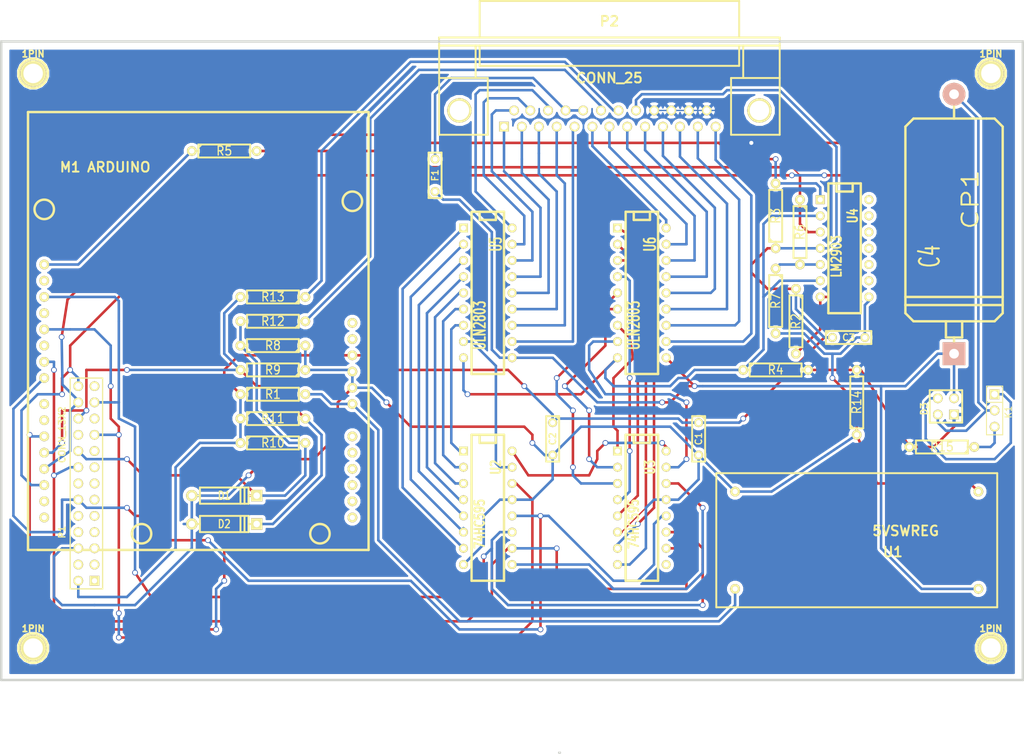
<source format=kicad_pcb>
(kicad_pcb (version 4) (host pcbnew "(2014-jul-16 BZR unknown)-product")
  (title_block (title "LHS Vend motor driver board") (date "20 jun 2014") (rev 1.2) (company "London HackSpace"))
  (layers (0 Front signal) (31 Back signal) (34 B.Paste user) (35 F.Paste user) (36 B.SilkS user) (37 F.SilkS user) (38 B.Mask user) (39 F.Mask user) (44 Edge.Cuts user))
  (net 0 "")
  (net 1 +24V)
  (net 2 +5V)
  (net 3 /30mV)
  (net 4 /640mV)
  (net 5 GND)
  (net 6 GNDA)
  (net 7 N-000001)
  (net 8 N-0000010)
  (net 9 N-0000011)
  (net 10 N-0000012)
  (net 11 N-0000013)
  (net 12 N-0000014)
  (net 13 N-0000015)
  (net 14 N-0000016)
  (net 15 N-0000017)
  (net 16 N-0000018)
  (net 17 N-0000019)
  (net 18 N-0000020)
  (net 19 N-0000021)
  (net 20 N-0000022)
  (net 21 N-0000023)
  (net 22 N-0000024)
  (net 23 N-0000025)
  (net 24 N-0000026)
  (net 25 N-0000027)
  (net 26 N-0000028)
  (net 27 N-0000029)
  (net 28 N-000003)
  (net 29 N-0000030)
  (net 30 N-0000031)
  (net 31 N-0000032)
  (net 32 N-0000033)
  (net 33 N-0000034)
  (net 34 N-0000035)
  (net 35 N-0000036)
  (net 36 N-0000037)
  (net 37 N-0000038)
  (net 38 N-0000039)
  (net 39 N-000004)
  (net 40 N-0000040)
  (net 41 N-0000041)
  (net 42 N-0000042)
  (net 43 N-0000043)
  (net 44 N-0000044)
  (net 45 N-0000046)
  (net 46 N-0000047)
  (net 47 N-0000048)
  (net 48 N-0000049)
  (net 49 N-0000050)
  (net 50 N-000006)
  (net 51 N-000007)
  (net 52 N-0000074)
  (net 53 N-0000075)
  (net 54 N-0000076)
  (net 55 N-0000077)
  (net 56 N-000008)
  (net 57 VCC)
  (module R4 (layer Front) (at 82.55 99.06)
    (fp_text reference R11 (at 0 0) (layer F.SilkS) (effects (font (size 1.397 1.27) (thickness 0.2032))))
    (fp_text value 8k2 hide)
    (pad 1 thru_hole circle (at -5.08 0) (size 1.524 1.524) (drill 0.8128) (layers *.Cu *.Mask F.SilkS) (net 2 +5V))
    (pad 2 thru_hole circle (at 5.08 0) (size 1.524 1.524) (drill 0.8128) (layers *.Cu *.Mask F.SilkS) (net 44 N-0000044))
  )
  (module R4 (layer Front) (at 161.29 80.645 270)
    (fp_text reference R7 (at 0 0 270) (layer F.SilkS) (effects (font (size 1.397 1.27) (thickness 0.2032))))
    (fp_text value R hide)
    (pad 1 thru_hole circle (at -5.08 0 270) (size 1.524 1.524) (drill 0.8128) (layers *.Cu *.Mask F.SilkS) (net 3 /30mV))
    (pad 2 thru_hole circle (at 5.08 0 270) (size 1.524 1.524) (drill 0.8128) (layers *.Cu *.Mask F.SilkS) (net 5 GND))
  )
  (module R4 (layer Front) (at 165.1 69.85 270)
    (fp_text reference R6 (at 0 0 270) (layer F.SilkS) (effects (font (size 1.397 1.27) (thickness 0.2032))))
    (fp_text value R hide)
    (pad 1 thru_hole circle (at -5.08 0 270) (size 1.524 1.524) (drill 0.8128) (layers *.Cu *.Mask F.SilkS) (net 4 /640mV))
    (pad 2 thru_hole circle (at 5.08 0 270) (size 1.524 1.524) (drill 0.8128) (layers *.Cu *.Mask F.SilkS) (net 3 /30mV))
  )
  (module R4 (layer Front) (at 74.93 57.15)
    (fp_text reference R5 (at 0 0) (layer F.SilkS) (effects (font (size 1.397 1.27) (thickness 0.2032))))
    (fp_text value R hide)
    (pad 1 thru_hole circle (at -5.08 0) (size 1.524 1.524) (drill 0.8128) (layers *.Cu *.Mask F.SilkS) (net 51 N-000007))
    (pad 2 thru_hole circle (at 5.08 0) (size 1.524 1.524) (drill 0.8128) (layers *.Cu *.Mask F.SilkS) (net 4 /640mV))
  )
  (module R4 (layer Front) (at 161.29 91.44)
    (fp_text reference R4 (at 0 0) (layer F.SilkS) (effects (font (size 1.397 1.27) (thickness 0.2032))))
    (fp_text value 1R5 hide)
    (pad 1 thru_hole circle (at -5.08 0) (size 1.524 1.524) (drill 0.8128) (layers *.Cu *.Mask F.SilkS) (net 56 N-000008))
    (pad 2 thru_hole circle (at 5.08 0) (size 1.524 1.524) (drill 0.8128) (layers *.Cu *.Mask F.SilkS) (net 6 GNDA))
  )
  (module R4 (layer Front) (at 161.29 67.31 90)
    (fp_text reference R3 (at 0 0 90) (layer F.SilkS) (effects (font (size 1.397 1.27) (thickness 0.2032))))
    (fp_text value 4k7 hide)
    (pad 1 thru_hole circle (at -5.08 0 90) (size 1.524 1.524) (drill 0.8128) (layers *.Cu *.Mask F.SilkS) (net 2 +5V))
    (pad 2 thru_hole circle (at 5.08 0 90) (size 1.524 1.524) (drill 0.8128) (layers *.Cu *.Mask F.SilkS) (net 26 N-0000028))
  )
  (module R4 (layer Front) (at 164.465 83.82 270)
    (fp_text reference R2 (at 0 0 270) (layer F.SilkS) (effects (font (size 1.397 1.27) (thickness 0.2032))))
    (fp_text value 4k7 hide)
    (pad 1 thru_hole circle (at -5.08 0 270) (size 1.524 1.524) (drill 0.8128) (layers *.Cu *.Mask F.SilkS) (net 2 +5V))
    (pad 2 thru_hole circle (at 5.08 0 270) (size 1.524 1.524) (drill 0.8128) (layers *.Cu *.Mask F.SilkS) (net 31 N-0000032))
  )
  (module R4 (layer Front) (at 82.55 95.25)
    (fp_text reference R1 (at 0 0) (layer F.SilkS) (effects (font (size 1.397 1.27) (thickness 0.2032))))
    (fp_text value n/f hide)
    (pad 1 thru_hole circle (at -5.08 0) (size 1.524 1.524) (drill 0.8128) (layers *.Cu *.Mask F.SilkS) (net 2 +5V))
    (pad 2 thru_hole circle (at 5.08 0) (size 1.524 1.524) (drill 0.8128) (layers *.Cu *.Mask F.SilkS) (net 48 N-0000049))
  )
  (module R4 (layer Front) (at 82.55 102.87)
    (fp_text reference R10 (at 0 0) (layer F.SilkS) (effects (font (size 1.397 1.27) (thickness 0.2032))))
    (fp_text value 8k2 hide)
    (pad 1 thru_hole circle (at -5.08 0) (size 1.524 1.524) (drill 0.8128) (layers *.Cu *.Mask F.SilkS) (net 2 +5V))
    (pad 2 thru_hole circle (at 5.08 0) (size 1.524 1.524) (drill 0.8128) (layers *.Cu *.Mask F.SilkS) (net 38 N-0000039))
  )
  (module R4 (layer Front) (at 82.55 87.63 180)
    (fp_text reference R8 (at 0 0 180) (layer F.SilkS) (effects (font (size 1.397 1.27) (thickness 0.2032))))
    (fp_text value 8k2 hide)
    (pad 1 thru_hole circle (at -5.08 0 180) (size 1.524 1.524) (drill 0.8128) (layers *.Cu *.Mask F.SilkS) (net 5 GND))
    (pad 2 thru_hole circle (at 5.08 0 180) (size 1.524 1.524) (drill 0.8128) (layers *.Cu *.Mask F.SilkS) (net 38 N-0000039))
  )
  (module R4 (layer Front) (at 82.55 83.82 180)
    (fp_text reference R12 (at 0 0 180) (layer F.SilkS) (effects (font (size 1.397 1.27) (thickness 0.2032))))
    (fp_text value 2k2 hide)
    (pad 1 thru_hole circle (at -5.08 0 180) (size 1.524 1.524) (drill 0.8128) (layers *.Cu *.Mask F.SilkS) (net 40 N-0000040))
    (pad 2 thru_hole circle (at 5.08 0 180) (size 1.524 1.524) (drill 0.8128) (layers *.Cu *.Mask F.SilkS) (net 38 N-0000039))
  )
  (module R4 (layer Front) (at 82.55 80.01 180)
    (fp_text reference R13 (at 0 0 180) (layer F.SilkS) (effects (font (size 1.397 1.27) (thickness 0.2032))))
    (fp_text value 2k2 hide)
    (pad 1 thru_hole circle (at -5.08 0 180) (size 1.524 1.524) (drill 0.8128) (layers *.Cu *.Mask F.SilkS) (net 50 N-000006))
    (pad 2 thru_hole circle (at 5.08 0 180) (size 1.524 1.524) (drill 0.8128) (layers *.Cu *.Mask F.SilkS) (net 44 N-0000044))
  )
  (module R4 (layer Front) (at 173.99 96.52 90)
    (fp_text reference R14 (at 0 0 90) (layer F.SilkS) (effects (font (size 1.397 1.27) (thickness 0.2032))))
    (fp_text value 0R hide)
    (pad 1 thru_hole circle (at -5.08 0 90) (size 1.524 1.524) (drill 0.8128) (layers *.Cu *.Mask F.SilkS) (net 5 GND))
    (pad 2 thru_hole circle (at 5.08 0 90) (size 1.524 1.524) (drill 0.8128) (layers *.Cu *.Mask F.SilkS) (net 6 GNDA))
  )
  (module R4 (layer Front) (at 187.325 103.505 180)
    (fp_text reference R15 (at 0 0 180) (layer F.SilkS) (effects (font (size 1.397 1.27) (thickness 0.2032))))
    (fp_text value 0R hide)
    (pad 1 thru_hole circle (at -5.08 0 180) (size 1.524 1.524) (drill 0.8128) (layers *.Cu *.Mask F.SilkS) (net 45 N-0000046))
    (pad 2 thru_hole circle (at 5.08 0 180) (size 1.524 1.524) (drill 0.8128) (layers *.Cu *.Mask F.SilkS) (net 6 GNDA))
  )
  (module R4 (layer Front) (at 82.55 91.44 180)
    (fp_text reference R9 (at 0 0 180) (layer F.SilkS) (effects (font (size 1.397 1.27) (thickness 0.2032))))
    (fp_text value 8k2 hide)
    (pad 1 thru_hole circle (at -5.08 0 180) (size 1.524 1.524) (drill 0.8128) (layers *.Cu *.Mask F.SilkS) (net 5 GND))
    (pad 2 thru_hole circle (at 5.08 0 180) (size 1.524 1.524) (drill 0.8128) (layers *.Cu *.Mask F.SilkS) (net 44 N-0000044))
  )
  (module PIN_ARRAY_3X1 (layer Front) (at 195.58 97.79 270)
    (fp_text reference K1 (at 0.254 -2.159 270) (layer F.SilkS) (effects (font (size 1.016 1.016) (thickness 0.1524))))
    (fp_text value CONN_3 hide)
    (pad 1 thru_hole rect (at -2.54 0 270) (size 1.524 1.524) (drill 1.016) (layers *.Cu *.Mask F.SilkS) (net 28 N-000003))
    (pad 2 thru_hole circle (at 0 0 270) (size 1.524 1.524) (drill 1.016) (layers *.Cu *.Mask F.SilkS) (net 49 N-0000050))
    (pad 3 thru_hole circle (at 2.54 0 270) (size 1.524 1.524) (drill 1.016) (layers *.Cu *.Mask F.SilkS) (net 45 N-0000046))
  )
  (module PIN_ARRAY_2X2 (layer Front) (at 187.96 97.155 90)
    (fp_text reference D3 (at -0.381 -3.429 90) (layer F.SilkS) (effects (font (size 1.016 1.016) (thickness 0.2032))))
    (fp_text value BRIDGE hide)
    (pad 1 thru_hole rect (at -1.27 1.27 90) (size 1.524 1.524) (drill 1.016) (layers *.Cu *.Mask F.SilkS) (net 6 GNDA))
    (pad 2 thru_hole circle (at -1.27 -1.27 90) (size 1.524 1.524) (drill 1.016) (layers *.Cu *.Mask F.SilkS) (net 49 N-0000050))
    (pad 3 thru_hole circle (at 1.27 1.27 90) (size 1.524 1.524) (drill 1.016) (layers *.Cu *.Mask F.SilkS) (net 1 +24V))
    (pad 4 thru_hole circle (at 1.27 -1.27 90) (size 1.524 1.524) (drill 1.016) (layers *.Cu *.Mask F.SilkS) (net 28 N-000003))
  )
  (module pin_array_13x2 (layer Front) (at 53.34 109.22 90)
    (fp_text reference P1 (at -7.62 -3.81 90) (layer F.SilkS) (effects (font (size 1.016 1.016) (thickness 0.2032))))
    (fp_text value CONN_13X2 (at 7.62 -3.81 90) (layer F.SilkS) (effects (font (size 1.016 1.016) (thickness 0.2032))))
    (pad 1 thru_hole rect (at -15.24 1.27 90) (size 1.524 1.524) (drill 0.8128) (layers *.Cu *.Mask F.SilkS))
    (pad 2 thru_hole circle (at -15.24 -1.27 90) (size 1.524 1.524) (drill 1.016) (layers *.Cu *.Mask F.SilkS) (net 2 +5V))
    (pad 3 thru_hole circle (at -12.7 1.27 90) (size 1.524 1.524) (drill 1.016) (layers *.Cu *.Mask F.SilkS))
    (pad 4 thru_hole circle (at -12.7 -1.27 90) (size 1.524 1.524) (drill 1.016) (layers *.Cu *.Mask F.SilkS))
    (pad 5 thru_hole circle (at -10.16 1.27 90) (size 1.524 1.524) (drill 1.016) (layers *.Cu *.Mask F.SilkS))
    (pad 6 thru_hole circle (at -10.16 -1.27 90) (size 1.524 1.524) (drill 1.016) (layers *.Cu *.Mask F.SilkS) (net 5 GND))
    (pad 7 thru_hole circle (at -7.62 1.27 90) (size 1.524 1.524) (drill 1.016) (layers *.Cu *.Mask F.SilkS))
    (pad 8 thru_hole circle (at -7.62 -1.27 90) (size 1.524 1.524) (drill 1.016) (layers *.Cu *.Mask F.SilkS))
    (pad 9 thru_hole circle (at -5.08 1.27 90) (size 1.524 1.524) (drill 1.016) (layers *.Cu *.Mask F.SilkS))
    (pad 10 thru_hole circle (at -5.08 -1.27 90) (size 1.524 1.524) (drill 1.016) (layers *.Cu *.Mask F.SilkS))
    (pad 11 thru_hole circle (at -2.54 1.27 90) (size 1.524 1.524) (drill 1.016) (layers *.Cu *.Mask F.SilkS))
    (pad 12 thru_hole circle (at -2.54 -1.27 90) (size 1.524 1.524) (drill 1.016) (layers *.Cu *.Mask F.SilkS) (net 46 N-0000047))
    (pad 13 thru_hole circle (at 0 1.27 90) (size 1.524 1.524) (drill 1.016) (layers *.Cu *.Mask F.SilkS))
    (pad 14 thru_hole circle (at 0 -1.27 90) (size 1.524 1.524) (drill 1.016) (layers *.Cu *.Mask F.SilkS))
    (pad 15 thru_hole circle (at 2.54 1.27 90) (size 1.524 1.524) (drill 1.016) (layers *.Cu *.Mask F.SilkS))
    (pad 16 thru_hole circle (at 2.54 -1.27 90) (size 1.524 1.524) (drill 1.016) (layers *.Cu *.Mask F.SilkS) (net 21 N-0000023))
    (pad 17 thru_hole circle (at 5.08 1.27 90) (size 1.524 1.524) (drill 1.016) (layers *.Cu *.Mask F.SilkS))
    (pad 18 thru_hole circle (at 5.08 -1.27 90) (size 1.524 1.524) (drill 1.016) (layers *.Cu *.Mask F.SilkS) (net 38 N-0000039))
    (pad 19 thru_hole circle (at 7.62 1.27 90) (size 1.524 1.524) (drill 1.016) (layers *.Cu *.Mask F.SilkS) (net 47 N-0000048))
    (pad 20 thru_hole circle (at 7.62 -1.27 90) (size 1.524 1.524) (drill 1.016) (layers *.Cu *.Mask F.SilkS))
    (pad 21 thru_hole circle (at 10.16 1.27 90) (size 1.524 1.524) (drill 1.016) (layers *.Cu *.Mask F.SilkS))
    (pad 22 thru_hole circle (at 10.16 -1.27 90) (size 1.524 1.524) (drill 1.016) (layers *.Cu *.Mask F.SilkS) (net 44 N-0000044))
    (pad 23 thru_hole circle (at 12.7 1.27 90) (size 1.524 1.524) (drill 1.016) (layers *.Cu *.Mask F.SilkS) (net 32 N-0000033))
    (pad 24 thru_hole circle (at 12.7 -1.27 90) (size 1.524 1.524) (drill 1.016) (layers *.Cu *.Mask F.SilkS) (net 26 N-0000028))
    (pad 25 thru_hole circle (at 15.24 1.27 90) (size 1.524 1.524) (drill 1.016) (layers *.Cu *.Mask F.SilkS))
    (pad 26 thru_hole circle (at 15.24 -1.27 90) (size 1.524 1.524) (drill 1.016) (layers *.Cu *.Mask F.SilkS) (net 31 N-0000032))
  )
  (module DIP-18__300 (layer Front) (at 140.335 79.375 270)
    (fp_text reference U6 (at -7.62 -1.27 270) (layer F.SilkS) (effects (font (size 1.778 1.143) (thickness 0.28702))))
    (fp_text value ULN2803 (at 5.08 1.27 270) (layer F.SilkS) (effects (font (size 1.778 1.143) (thickness 0.28702))))
    (pad 1 thru_hole rect (at -10.16 3.81 270) (size 1.397 1.397) (drill 0.8128) (layers *.Cu *.Mask F.SilkS) (net 52 N-0000074))
    (pad 2 thru_hole circle (at -7.62 3.81 270) (size 1.397 1.397) (drill 0.8128) (layers *.Cu *.Mask F.SilkS) (net 53 N-0000075))
    (pad 3 thru_hole circle (at -5.08 3.81 270) (size 1.397 1.397) (drill 0.8128) (layers *.Cu *.Mask F.SilkS) (net 37 N-0000038))
    (pad 4 thru_hole circle (at -2.54 3.81 270) (size 1.397 1.397) (drill 0.8128) (layers *.Cu *.Mask F.SilkS) (net 54 N-0000076))
    (pad 5 thru_hole circle (at 0 3.81 270) (size 1.397 1.397) (drill 0.8128) (layers *.Cu *.Mask F.SilkS) (net 36 N-0000037))
    (pad 6 thru_hole circle (at 2.54 3.81 270) (size 1.397 1.397) (drill 0.8128) (layers *.Cu *.Mask F.SilkS) (net 55 N-0000077))
    (pad 7 thru_hole circle (at 5.08 3.81 270) (size 1.397 1.397) (drill 0.8128) (layers *.Cu *.Mask F.SilkS) (net 35 N-0000036))
    (pad 8 thru_hole circle (at 7.62 3.81 270) (size 1.397 1.397) (drill 0.8128) (layers *.Cu *.Mask F.SilkS) (net 17 N-0000019))
    (pad 9 thru_hole circle (at 10.16 3.81 270) (size 1.397 1.397) (drill 0.8128) (layers *.Cu *.Mask F.SilkS) (net 56 N-000008))
    (pad 10 thru_hole circle (at 10.16 -3.81 270) (size 1.397 1.397) (drill 0.8128) (layers *.Cu *.Mask F.SilkS) (net 1 +24V))
    (pad 11 thru_hole circle (at 7.62 -3.81 270) (size 1.397 1.397) (drill 0.8128) (layers *.Cu *.Mask F.SilkS) (net 11 N-0000013))
    (pad 12 thru_hole circle (at 5.08 -3.81 270) (size 1.397 1.397) (drill 0.8128) (layers *.Cu *.Mask F.SilkS) (net 12 N-0000014))
    (pad 13 thru_hole circle (at 2.54 -3.81 270) (size 1.397 1.397) (drill 0.8128) (layers *.Cu *.Mask F.SilkS) (net 30 N-0000031))
    (pad 14 thru_hole circle (at 0 -3.81 270) (size 1.397 1.397) (drill 0.8128) (layers *.Cu *.Mask F.SilkS) (net 13 N-0000015))
    (pad 15 thru_hole circle (at -2.54 -3.81 270) (size 1.397 1.397) (drill 0.8128) (layers *.Cu *.Mask F.SilkS) (net 8 N-0000010))
    (pad 16 thru_hole circle (at -5.08 -3.81 270) (size 1.397 1.397) (drill 0.8128) (layers *.Cu *.Mask F.SilkS) (net 27 N-0000029))
    (pad 17 thru_hole circle (at -7.62 -3.81 270) (size 1.397 1.397) (drill 0.8128) (layers *.Cu *.Mask F.SilkS) (net 15 N-0000017))
    (pad 18 thru_hole circle (at -10.16 -3.81 270) (size 1.397 1.397) (drill 0.8128) (layers *.Cu *.Mask F.SilkS) (net 29 N-0000030))
  )
  (module DIP-18__300 (layer Front) (at 116.205 79.375 270)
    (fp_text reference U5 (at -7.62 -1.27 270) (layer F.SilkS) (effects (font (size 1.778 1.143) (thickness 0.28702))))
    (fp_text value ULN2803 (at 5.08 1.27 270) (layer F.SilkS) (effects (font (size 1.778 1.143) (thickness 0.28702))))
    (pad 1 thru_hole rect (at -10.16 3.81 270) (size 1.397 1.397) (drill 0.8128) (layers *.Cu *.Mask F.SilkS) (net 34 N-0000035))
    (pad 2 thru_hole circle (at -7.62 3.81 270) (size 1.397 1.397) (drill 0.8128) (layers *.Cu *.Mask F.SilkS) (net 18 N-0000020))
    (pad 3 thru_hole circle (at -5.08 3.81 270) (size 1.397 1.397) (drill 0.8128) (layers *.Cu *.Mask F.SilkS) (net 43 N-0000043))
    (pad 4 thru_hole circle (at -2.54 3.81 270) (size 1.397 1.397) (drill 0.8128) (layers *.Cu *.Mask F.SilkS) (net 19 N-0000021))
    (pad 5 thru_hole circle (at 0 3.81 270) (size 1.397 1.397) (drill 0.8128) (layers *.Cu *.Mask F.SilkS) (net 42 N-0000042))
    (pad 6 thru_hole circle (at 2.54 3.81 270) (size 1.397 1.397) (drill 0.8128) (layers *.Cu *.Mask F.SilkS) (net 16 N-0000018))
    (pad 7 thru_hole circle (at 5.08 3.81 270) (size 1.397 1.397) (drill 0.8128) (layers *.Cu *.Mask F.SilkS) (net 20 N-0000022))
    (pad 8 thru_hole circle (at 7.62 3.81 270) (size 1.397 1.397) (drill 0.8128) (layers *.Cu *.Mask F.SilkS) (net 41 N-0000041))
    (pad 9 thru_hole circle (at 10.16 3.81 270) (size 1.397 1.397) (drill 0.8128) (layers *.Cu *.Mask F.SilkS) (net 56 N-000008))
    (pad 10 thru_hole circle (at 10.16 -3.81 270) (size 1.397 1.397) (drill 0.8128) (layers *.Cu *.Mask F.SilkS) (net 1 +24V))
    (pad 11 thru_hole circle (at 7.62 -3.81 270) (size 1.397 1.397) (drill 0.8128) (layers *.Cu *.Mask F.SilkS) (net 25 N-0000027))
    (pad 12 thru_hole circle (at 5.08 -3.81 270) (size 1.397 1.397) (drill 0.8128) (layers *.Cu *.Mask F.SilkS) (net 33 N-0000034))
    (pad 13 thru_hole circle (at 2.54 -3.81 270) (size 1.397 1.397) (drill 0.8128) (layers *.Cu *.Mask F.SilkS) (net 14 N-0000016))
    (pad 14 thru_hole circle (at 0 -3.81 270) (size 1.397 1.397) (drill 0.8128) (layers *.Cu *.Mask F.SilkS) (net 24 N-0000026))
    (pad 15 thru_hole circle (at -2.54 -3.81 270) (size 1.397 1.397) (drill 0.8128) (layers *.Cu *.Mask F.SilkS) (net 9 N-0000011))
    (pad 16 thru_hole circle (at -5.08 -3.81 270) (size 1.397 1.397) (drill 0.8128) (layers *.Cu *.Mask F.SilkS) (net 23 N-0000025))
    (pad 17 thru_hole circle (at -7.62 -3.81 270) (size 1.397 1.397) (drill 0.8128) (layers *.Cu *.Mask F.SilkS) (net 10 N-0000012))
    (pad 18 thru_hole circle (at -10.16 -3.81 270) (size 1.397 1.397) (drill 0.8128) (layers *.Cu *.Mask F.SilkS) (net 22 N-0000024))
  )
  (module DIP-16__300 (layer Front) (at 116.205 113.03 270)
    (fp_text reference U2 (at -6.35 -1.27 270) (layer F.SilkS) (effects (font (size 1.524 1.143) (thickness 0.28702))))
    (fp_text value 74HC595 (at 2.54 1.27 270) (layer F.SilkS) (effects (font (size 1.524 1.143) (thickness 0.28702))))
    (pad 1 thru_hole rect (at -8.89 3.81 270) (size 1.397 1.397) (drill 0.8128) (layers *.Cu *.Mask F.SilkS) (net 20 N-0000022))
    (pad 2 thru_hole circle (at -6.35 3.81 270) (size 1.397 1.397) (drill 0.8128) (layers *.Cu *.Mask F.SilkS) (net 16 N-0000018))
    (pad 3 thru_hole circle (at -3.81 3.81 270) (size 1.397 1.397) (drill 0.8128) (layers *.Cu *.Mask F.SilkS) (net 42 N-0000042))
    (pad 4 thru_hole circle (at -1.27 3.81 270) (size 1.397 1.397) (drill 0.8128) (layers *.Cu *.Mask F.SilkS) (net 19 N-0000021))
    (pad 5 thru_hole circle (at 1.27 3.81 270) (size 1.397 1.397) (drill 0.8128) (layers *.Cu *.Mask F.SilkS) (net 43 N-0000043))
    (pad 6 thru_hole circle (at 3.81 3.81 270) (size 1.397 1.397) (drill 0.8128) (layers *.Cu *.Mask F.SilkS) (net 18 N-0000020))
    (pad 7 thru_hole circle (at 6.35 3.81 270) (size 1.397 1.397) (drill 0.8128) (layers *.Cu *.Mask F.SilkS) (net 34 N-0000035))
    (pad 8 thru_hole circle (at 8.89 3.81 270) (size 1.397 1.397) (drill 0.8128) (layers *.Cu *.Mask F.SilkS) (net 5 GND))
    (pad 9 thru_hole circle (at 8.89 -3.81 270) (size 1.397 1.397) (drill 0.8128) (layers *.Cu *.Mask F.SilkS) (net 39 N-000004))
    (pad 10 thru_hole circle (at 6.35 -3.81 270) (size 1.397 1.397) (drill 0.8128) (layers *.Cu *.Mask F.SilkS) (net 21 N-0000023))
    (pad 11 thru_hole circle (at 3.81 -3.81 270) (size 1.397 1.397) (drill 0.8128) (layers *.Cu *.Mask F.SilkS) (net 32 N-0000033))
    (pad 12 thru_hole circle (at 1.27 -3.81 270) (size 1.397 1.397) (drill 0.8128) (layers *.Cu *.Mask F.SilkS) (net 46 N-0000047))
    (pad 13 thru_hole circle (at -1.27 -3.81 270) (size 1.397 1.397) (drill 0.8128) (layers *.Cu *.Mask F.SilkS) (net 5 GND))
    (pad 14 thru_hole circle (at -3.81 -3.81 270) (size 1.397 1.397) (drill 0.8128) (layers *.Cu *.Mask F.SilkS) (net 47 N-0000048))
    (pad 15 thru_hole circle (at -6.35 -3.81 270) (size 1.397 1.397) (drill 0.8128) (layers *.Cu *.Mask F.SilkS) (net 41 N-0000041))
    (pad 16 thru_hole circle (at -8.89 -3.81 270) (size 1.397 1.397) (drill 0.8128) (layers *.Cu *.Mask F.SilkS) (net 57 VCC))
  )
  (module DIP-16__300 (layer Front) (at 140.335 113.03 270)
    (fp_text reference U3 (at -6.35 -1.27 270) (layer F.SilkS) (effects (font (size 1.524 1.143) (thickness 0.28702))))
    (fp_text value 74HC595 (at 2.54 1.27 270) (layer F.SilkS) (effects (font (size 1.524 1.143) (thickness 0.28702))))
    (pad 1 thru_hole rect (at -8.89 3.81 270) (size 1.397 1.397) (drill 0.8128) (layers *.Cu *.Mask F.SilkS) (net 35 N-0000036))
    (pad 2 thru_hole circle (at -6.35 3.81 270) (size 1.397 1.397) (drill 0.8128) (layers *.Cu *.Mask F.SilkS) (net 55 N-0000077))
    (pad 3 thru_hole circle (at -3.81 3.81 270) (size 1.397 1.397) (drill 0.8128) (layers *.Cu *.Mask F.SilkS) (net 36 N-0000037))
    (pad 4 thru_hole circle (at -1.27 3.81 270) (size 1.397 1.397) (drill 0.8128) (layers *.Cu *.Mask F.SilkS) (net 54 N-0000076))
    (pad 5 thru_hole circle (at 1.27 3.81 270) (size 1.397 1.397) (drill 0.8128) (layers *.Cu *.Mask F.SilkS) (net 37 N-0000038))
    (pad 6 thru_hole circle (at 3.81 3.81 270) (size 1.397 1.397) (drill 0.8128) (layers *.Cu *.Mask F.SilkS) (net 53 N-0000075))
    (pad 7 thru_hole circle (at 6.35 3.81 270) (size 1.397 1.397) (drill 0.8128) (layers *.Cu *.Mask F.SilkS) (net 52 N-0000074))
    (pad 8 thru_hole circle (at 8.89 3.81 270) (size 1.397 1.397) (drill 0.8128) (layers *.Cu *.Mask F.SilkS) (net 5 GND))
    (pad 9 thru_hole circle (at 8.89 -3.81 270) (size 1.397 1.397) (drill 0.8128) (layers *.Cu *.Mask F.SilkS))
    (pad 10 thru_hole circle (at 6.35 -3.81 270) (size 1.397 1.397) (drill 0.8128) (layers *.Cu *.Mask F.SilkS) (net 21 N-0000023))
    (pad 11 thru_hole circle (at 3.81 -3.81 270) (size 1.397 1.397) (drill 0.8128) (layers *.Cu *.Mask F.SilkS) (net 32 N-0000033))
    (pad 12 thru_hole circle (at 1.27 -3.81 270) (size 1.397 1.397) (drill 0.8128) (layers *.Cu *.Mask F.SilkS) (net 46 N-0000047))
    (pad 13 thru_hole circle (at -1.27 -3.81 270) (size 1.397 1.397) (drill 0.8128) (layers *.Cu *.Mask F.SilkS) (net 5 GND))
    (pad 14 thru_hole circle (at -3.81 -3.81 270) (size 1.397 1.397) (drill 0.8128) (layers *.Cu *.Mask F.SilkS) (net 39 N-000004))
    (pad 15 thru_hole circle (at -6.35 -3.81 270) (size 1.397 1.397) (drill 0.8128) (layers *.Cu *.Mask F.SilkS) (net 17 N-0000019))
    (pad 16 thru_hole circle (at -8.89 -3.81 270) (size 1.397 1.397) (drill 0.8128) (layers *.Cu *.Mask F.SilkS) (net 57 VCC))
  )
  (module DIP-14__300 (layer Front) (at 172.085 72.39 270)
    (fp_text reference U4 (at -5.08 -1.27 270) (layer F.SilkS) (effects (font (size 1.524 1.143) (thickness 0.28702))))
    (fp_text value LM2903 (at 1.27 1.27 270) (layer F.SilkS) (effects (font (size 1.524 1.143) (thickness 0.28702))))
    (pad 1 thru_hole rect (at -7.62 3.81 270) (size 1.397 1.397) (drill 0.8128) (layers *.Cu *.Mask F.SilkS) (net 26 N-0000028))
    (pad 2 thru_hole circle (at -5.08 3.81 270) (size 1.397 1.397) (drill 0.8128) (layers *.Cu *.Mask F.SilkS) (net 56 N-000008))
    (pad 3 thru_hole circle (at -2.54 3.81 270) (size 1.397 1.397) (drill 0.8128) (layers *.Cu *.Mask F.SilkS) (net 4 /640mV))
    (pad 4 thru_hole circle (at 0 3.81 270) (size 1.397 1.397) (drill 0.8128) (layers *.Cu *.Mask F.SilkS) (net 2 +5V))
    (pad 5 thru_hole circle (at 2.54 3.81 270) (size 1.397 1.397) (drill 0.8128) (layers *.Cu *.Mask F.SilkS) (net 3 /30mV))
    (pad 6 thru_hole circle (at 5.08 3.81 270) (size 1.397 1.397) (drill 0.8128) (layers *.Cu *.Mask F.SilkS) (net 56 N-000008))
    (pad 7 thru_hole circle (at 7.62 3.81 270) (size 1.397 1.397) (drill 0.8128) (layers *.Cu *.Mask F.SilkS) (net 31 N-0000032))
    (pad 8 thru_hole circle (at 7.62 -3.81 270) (size 1.397 1.397) (drill 0.8128) (layers *.Cu *.Mask F.SilkS) (net 5 GND))
    (pad 9 thru_hole circle (at 5.08 -3.81 270) (size 1.397 1.397) (drill 0.8128) (layers *.Cu *.Mask F.SilkS))
    (pad 10 thru_hole circle (at 2.54 -3.81 270) (size 1.397 1.397) (drill 0.8128) (layers *.Cu *.Mask F.SilkS))
    (pad 11 thru_hole circle (at 0 -3.81 270) (size 1.397 1.397) (drill 0.8128) (layers *.Cu *.Mask F.SilkS))
    (pad 12 thru_hole circle (at -2.54 -3.81 270) (size 1.397 1.397) (drill 0.8128) (layers *.Cu *.Mask F.SilkS))
    (pad 13 thru_hole circle (at -5.08 -3.81 270) (size 1.397 1.397) (drill 0.8128) (layers *.Cu *.Mask F.SilkS))
    (pad 14 thru_hole circle (at -7.62 -3.81 270) (size 1.397 1.397) (drill 0.8128) (layers *.Cu *.Mask F.SilkS))
  )
  (module DB25FC (layer Front) (at 135.255 52.07)
    (fp_text reference P2 (at 0 -15.24) (layer F.SilkS) (effects (font (thickness 0.3048))))
    (fp_text value CONN_25 (at 0 -6.35) (layer F.SilkS) (effects (font (thickness 0.3048))))
    (pad "" thru_hole circle (at 23.495 -1.27) (size 3.81 3.81) (drill 3.048) (layers *.Cu *.Mask F.SilkS))
    (pad "" thru_hole circle (at -23.495 -1.27) (size 3.81 3.81) (drill 3.048) (layers *.Cu *.Mask F.SilkS))
    (pad 1 thru_hole rect (at -16.51 1.27) (size 1.524 1.524) (drill 1.016) (layers *.Cu *.Mask F.SilkS) (net 9 N-0000011))
    (pad 2 thru_hole circle (at -13.716 1.27) (size 1.524 1.524) (drill 1.016) (layers *.Cu *.Mask F.SilkS) (net 24 N-0000026))
    (pad 3 thru_hole circle (at -11.049 1.27) (size 1.524 1.524) (drill 1.016) (layers *.Cu *.Mask F.SilkS) (net 14 N-0000016))
    (pad 4 thru_hole circle (at -8.255 1.27) (size 1.524 1.524) (drill 1.016) (layers *.Cu *.Mask F.SilkS) (net 33 N-0000034))
    (pad 5 thru_hole circle (at -5.461 1.27) (size 1.524 1.524) (drill 1.016) (layers *.Cu *.Mask F.SilkS) (net 25 N-0000027))
    (pad 6 thru_hole circle (at -2.667 1.27) (size 1.524 1.524) (drill 1.016) (layers *.Cu *.Mask F.SilkS) (net 29 N-0000030))
    (pad 7 thru_hole circle (at 0 1.27) (size 1.524 1.524) (drill 1.016) (layers *.Cu *.Mask F.SilkS) (net 15 N-0000017))
    (pad 8 thru_hole circle (at 2.794 1.27) (size 1.524 1.524) (drill 1.016) (layers *.Cu *.Mask F.SilkS) (net 27 N-0000029))
    (pad 9 thru_hole circle (at 5.588 1.27) (size 1.524 1.524) (drill 1.016) (layers *.Cu *.Mask F.SilkS) (net 8 N-0000010))
    (pad 10 thru_hole circle (at 8.382 1.27) (size 1.524 1.524) (drill 1.016) (layers *.Cu *.Mask F.SilkS) (net 13 N-0000015))
    (pad 11 thru_hole circle (at 11.049 1.27) (size 1.524 1.524) (drill 1.016) (layers *.Cu *.Mask F.SilkS) (net 30 N-0000031))
    (pad 12 thru_hole circle (at 13.843 1.27) (size 1.524 1.524) (drill 1.016) (layers *.Cu *.Mask F.SilkS) (net 12 N-0000014))
    (pad 13 thru_hole circle (at 16.637 1.27) (size 1.524 1.524) (drill 1.016) (layers *.Cu *.Mask F.SilkS) (net 11 N-0000013))
    (pad 14 thru_hole circle (at -14.9352 -1.27) (size 1.524 1.524) (drill 1.016) (layers *.Cu *.Mask F.SilkS) (net 23 N-0000025))
    (pad 15 thru_hole circle (at -12.3952 -1.27) (size 1.524 1.524) (drill 1.016) (layers *.Cu *.Mask F.SilkS) (net 10 N-0000012))
    (pad 16 thru_hole circle (at -9.6012 -1.27) (size 1.524 1.524) (drill 1.016) (layers *.Cu *.Mask F.SilkS) (net 22 N-0000024))
    (pad 17 thru_hole circle (at -6.858 -1.27) (size 1.524 1.524) (drill 1.016) (layers *.Cu *.Mask F.SilkS) (net 7 N-000001))
    (pad 18 thru_hole circle (at -4.1148 -1.27) (size 1.524 1.524) (drill 1.016) (layers *.Cu *.Mask F.SilkS) (net 7 N-000001))
    (pad 19 thru_hole circle (at -1.3208 -1.27) (size 1.524 1.524) (drill 1.016) (layers *.Cu *.Mask F.SilkS) (net 40 N-0000040))
    (pad 20 thru_hole circle (at 1.4224 -1.27) (size 1.524 1.524) (drill 1.016) (layers *.Cu *.Mask F.SilkS) (net 50 N-000006))
    (pad 21 thru_hole circle (at 4.1656 -1.27) (size 1.524 1.524) (drill 1.016) (layers *.Cu *.Mask F.SilkS) (net 2 +5V))
    (pad 22 thru_hole circle (at 7.0104 -1.27) (size 1.524 1.524) (drill 1.016) (layers *.Cu *.Mask F.SilkS) (net 6 GNDA))
    (pad 23 thru_hole circle (at 9.7028 -1.27) (size 1.524 1.524) (drill 1.016) (layers *.Cu *.Mask F.SilkS) (net 6 GNDA))
    (pad 24 thru_hole circle (at 12.446 -1.27) (size 1.524 1.524) (drill 1.016) (layers *.Cu *.Mask F.SilkS) (net 6 GNDA))
    (pad 25 thru_hole circle (at 15.24 -1.27) (size 1.524 1.524) (drill 1.016) (layers *.Cu *.Mask F.SilkS) (net 6 GNDA))
  )
  (module D4 (layer Front) (at 74.93 115.57)
    (fp_text reference D2 (at 0 0) (layer F.SilkS) (effects (font (size 1.27 1.016) (thickness 0.2032))))
    (fp_text value 3v3 hide)
    (pad 1 thru_hole circle (at -5.08 0) (size 1.778 1.778) (drill 1.016) (layers *.Cu *.Mask F.SilkS) (net 5 GND))
    (pad 2 thru_hole rect (at 5.08 0) (size 1.778 1.778) (drill 1.016) (layers *.Cu *.Mask F.SilkS) (net 44 N-0000044))
  )
  (module D4 (layer Front) (at 74.93 111.125)
    (fp_text reference D1 (at 0 0) (layer F.SilkS) (effects (font (size 1.27 1.016) (thickness 0.2032))))
    (fp_text value 3v3 hide)
    (pad 1 thru_hole circle (at -5.08 0) (size 1.778 1.778) (drill 1.016) (layers *.Cu *.Mask F.SilkS) (net 5 GND))
    (pad 2 thru_hole rect (at 5.08 0) (size 1.778 1.778) (drill 1.016) (layers *.Cu *.Mask F.SilkS) (net 38 N-0000039))
  )
  (module CP16 (layer Front) (at 189.23 68.58 90)
    (fp_text reference C4 (at -5.08 -3.81 90) (layer F.SilkS) (effects (font (size 3.13944 1.81864) (thickness 0.3048))))
    (fp_text value CP1 (at 3.81 2.54 90) (layer F.SilkS) (effects (font (size 2.5527 3.2004) (thickness 0.3048))))
    (pad 1 thru_hole rect (at -20.32 0 90) (size 3.556 3.556) (drill 1.524) (layers *.Cu *.SilkS *.Mask) (net 1 +24V))
    (pad 2 thru_hole circle (at 20.32 0 90) (size 3.556 3.556) (drill 1.524) (layers *.Cu *.SilkS *.Mask) (net 49 N-0000050))
  )
  (module C2 (layer Front) (at 107.95 60.96 90)
    (fp_text reference F1 (at 0 0 90) (layer F.SilkS) (effects (font (size 1.016 1.016) (thickness 0.2032))))
    (fp_text value FUSE hide)
    (pad 1 thru_hole circle (at -2.54 0 90) (size 1.397 1.397) (drill 0.8128) (layers *.Cu *.Mask F.SilkS) (net 1 +24V))
    (pad 2 thru_hole circle (at 2.54 0 90) (size 1.397 1.397) (drill 0.8128) (layers *.Cu *.Mask F.SilkS) (net 7 N-000001))
  )
  (module C2 (layer Front) (at 172.72 86.36)
    (fp_text reference C3 (at 0 0) (layer F.SilkS) (effects (font (size 1.016 1.016) (thickness 0.2032))))
    (fp_text value C hide)
    (pad 1 thru_hole circle (at -2.54 0) (size 1.397 1.397) (drill 0.8128) (layers *.Cu *.Mask F.SilkS) (net 2 +5V))
    (pad 2 thru_hole circle (at 2.54 0) (size 1.397 1.397) (drill 0.8128) (layers *.Cu *.Mask F.SilkS) (net 5 GND))
  )
  (module C2 (layer Front) (at 126.365 102.235 270)
    (fp_text reference C2 (at 0 0 270) (layer F.SilkS) (effects (font (size 1.016 1.016) (thickness 0.2032))))
    (fp_text value C hide)
    (pad 1 thru_hole circle (at -2.54 0 270) (size 1.397 1.397) (drill 0.8128) (layers *.Cu *.Mask F.SilkS) (net 2 +5V))
    (pad 2 thru_hole circle (at 2.54 0 270) (size 1.397 1.397) (drill 0.8128) (layers *.Cu *.Mask F.SilkS) (net 5 GND))
  )
  (module C2 (layer Front) (at 149.225 102.235 270)
    (fp_text reference C1 (at 0 0 270) (layer F.SilkS) (effects (font (size 1.016 1.016) (thickness 0.2032))))
    (fp_text value C hide)
    (pad 1 thru_hole circle (at -2.54 0 270) (size 1.397 1.397) (drill 0.8128) (layers *.Cu *.Mask F.SilkS) (net 2 +5V))
    (pad 2 thru_hole circle (at 2.54 0 270) (size 1.397 1.397) (drill 0.8128) (layers *.Cu *.Mask F.SilkS) (net 5 GND))
  )
  (module SWREG-X4 (layer Front) (at 173.99 118.11 180)
    (fp_text reference U1 (at -5.6515 -1.8415 180) (layer F.SilkS) (effects (font (thickness 0.3048))))
    (fp_text value 5VSWREG (at -7.6581 1.4605 180) (layer F.SilkS) (effects (font (thickness 0.3048))))
    (pad 1 thru_hole circle (at -19.05 7.62 180) (size 1.524 1.524) (drill 0.8128) (layers *.Cu *.Mask F.SilkS) (net 5 GND))
    (pad 2 thru_hole circle (at 19.05 7.62 180) (size 1.524 1.524) (drill 0.8128) (layers *.Cu *.Mask F.SilkS) (net 5 GND))
    (pad 3 thru_hole circle (at 19.05 -7.62 180) (size 1.524 1.524) (drill 0.8128) (layers *.Cu *.Mask F.SilkS) (net 48 N-0000049))
    (pad 4 thru_hole circle (at -19.05 -7.62 180) (size 1.524 1.524) (drill 0.8128) (layers *.Cu *.Mask F.SilkS) (net 1 +24V))
  )
  (module Arduino_rev (layer Front) (at 69.85 92.71)
    (fp_text reference M1 (at -19.05 -33.02) (layer F.SilkS) (effects (font (thickness 0.3048))))
    (fp_text value ARDUINO (at -11.43 -33.02) (layer F.SilkS) (effects (font (thickness 0.3048))))
    (pad 1 thru_hole circle (at 25.146 -8.636) (size 1.524 1.524) (drill 0.8128) (layers *.Cu *.Mask F.SilkS))
    (pad 2 thru_hole circle (at 25.146 -6.096) (size 1.524 1.524) (drill 0.8128) (layers *.Cu *.Mask F.SilkS))
    (pad 3 thru_hole circle (at 25.146 -3.556) (size 1.524 1.524) (drill 0.8128) (layers *.Cu *.Mask F.SilkS) (net 2 +5V))
    (pad 4 thru_hole circle (at 25.146 -1.016) (size 1.524 1.524) (drill 0.8128) (layers *.Cu *.Mask F.SilkS) (net 5 GND))
    (pad 5 thru_hole circle (at 25.146 1.524) (size 1.524 1.524) (drill 0.8128) (layers *.Cu *.Mask F.SilkS) (net 5 GND))
    (pad 6 thru_hole circle (at 25.146 4.064) (size 1.524 1.524) (drill 0.8128) (layers *.Cu *.Mask F.SilkS) (net 48 N-0000049))
    (pad 7 thru_hole circle (at 25.146 9.144) (size 1.524 1.524) (drill 0.8128) (layers *.Cu *.Mask F.SilkS))
    (pad 8 thru_hole circle (at 25.146 11.684) (size 1.524 1.524) (drill 0.8128) (layers *.Cu *.Mask F.SilkS))
    (pad 9 thru_hole circle (at 25.146 14.224) (size 1.524 1.524) (drill 0.8128) (layers *.Cu *.Mask F.SilkS))
    (pad 10 thru_hole circle (at 25.146 16.764) (size 1.524 1.524) (drill 0.8128) (layers *.Cu *.Mask F.SilkS))
    (pad 11 thru_hole circle (at 25.146 19.304) (size 1.524 1.524) (drill 0.8128) (layers *.Cu *.Mask F.SilkS))
    (pad 12 thru_hole circle (at 25.146 21.844) (size 1.524 1.524) (drill 0.8128) (layers *.Cu *.Mask F.SilkS))
    (pad 13 thru_hole circle (at -23.114 21.844) (size 1.524 1.524) (drill 0.8128) (layers *.Cu *.Mask F.SilkS))
    (pad 14 thru_hole circle (at -23.114 19.304) (size 1.524 1.524) (drill 0.8128) (layers *.Cu *.Mask F.SilkS))
    (pad 15 thru_hole circle (at -23.114 16.764) (size 1.524 1.524) (drill 0.8128) (layers *.Cu *.Mask F.SilkS) (net 31 N-0000032))
    (pad 16 thru_hole circle (at -23.114 14.224) (size 1.524 1.524) (drill 0.8128) (layers *.Cu *.Mask F.SilkS) (net 26 N-0000028))
    (pad 17 thru_hole circle (at -23.114 11.684) (size 1.524 1.524) (drill 0.8128) (layers *.Cu *.Mask F.SilkS) (net 44 N-0000044))
    (pad 18 thru_hole circle (at -23.114 9.144) (size 1.524 1.524) (drill 0.8128) (layers *.Cu *.Mask F.SilkS) (net 38 N-0000039))
    (pad 19 thru_hole circle (at -23.114 6.604) (size 1.524 1.524) (drill 0.8128) (layers *.Cu *.Mask F.SilkS))
    (pad 20 thru_hole circle (at -23.114 4.064) (size 1.524 1.524) (drill 0.8128) (layers *.Cu *.Mask F.SilkS))
    (pad 21 thru_hole circle (at -23.114 0) (size 1.524 1.524) (drill 0.8128) (layers *.Cu *.Mask F.SilkS) (net 46 N-0000047))
    (pad 22 thru_hole circle (at -23.114 -2.54) (size 1.524 1.524) (drill 0.8128) (layers *.Cu *.Mask F.SilkS) (net 21 N-0000023))
    (pad 23 thru_hole circle (at -23.114 -5.08) (size 1.524 1.524) (drill 0.8128) (layers *.Cu *.Mask F.SilkS))
    (pad 24 thru_hole circle (at -23.114 -7.62) (size 1.524 1.524) (drill 0.8128) (layers *.Cu *.Mask F.SilkS) (net 47 N-0000048))
    (pad 25 thru_hole circle (at -23.114 -10.16) (size 1.524 1.524) (drill 0.8128) (layers *.Cu *.Mask F.SilkS))
    (pad 26 thru_hole circle (at -23.114 -12.7) (size 1.524 1.524) (drill 0.8128) (layers *.Cu *.Mask F.SilkS) (net 32 N-0000033))
    (pad 27 thru_hole circle (at -23.114 -15.24) (size 1.524 1.524) (drill 0.8128) (layers *.Cu *.Mask F.SilkS))
    (pad 28 thru_hole circle (at -23.114 -17.78) (size 1.524 1.524) (drill 0.8128) (layers *.Cu *.Mask F.SilkS) (net 51 N-000007))
  )
  (module 1pin (layer Front) (at 195.00088 45.00118)
    (fp_text reference 1PIN (at 0 -3.048) (layer F.SilkS) (effects (font (size 1.016 1.016) (thickness 0.254))))
    (fp_text value P*** hide)
    (pad 1 thru_hole circle (at 0 0) (size 4.064 4.064) (drill 3.048) (layers *.Cu *.Mask F.SilkS))
  )
  (module 1pin (layer Front) (at 195.00088 135.001)
    (fp_text reference 1PIN (at 0 -3.048) (layer F.SilkS) (effects (font (size 1.016 1.016) (thickness 0.254))))
    (fp_text value P*** hide)
    (pad 1 thru_hole circle (at 0 0) (size 4.064 4.064) (drill 3.048) (layers *.Cu *.Mask F.SilkS))
  )
  (module 1pin (layer Front) (at 45.00118 135.001)
    (fp_text reference 1PIN (at 0 -3.048) (layer F.SilkS) (effects (font (size 1.016 1.016) (thickness 0.254))))
    (fp_text value P*** hide)
    (pad 1 thru_hole circle (at 0 0) (size 4.064 4.064) (drill 3.048) (layers *.Cu *.Mask F.SilkS))
  )
  (module 1pin (layer Front) (at 45.00118 45.00118)
    (fp_text reference 1PIN (at 0 -3.048) (layer F.SilkS) (effects (font (size 1.016 1.016) (thickness 0.254))))
    (fp_text value P*** hide)
    (pad 1 thru_hole circle (at 0 0) (size 4.064 4.064) (drill 3.048) (layers *.Cu *.Mask F.SilkS))
  )
  (gr_line (start 127.381 151.384) (end 127.508 151.384) (angle 90) (layer Edge.Cuts) (width 0.381))
  (gr_line (start 199.9996 39.99992) (end 39.99992 39.99992) (angle 90) (layer Edge.Cuts) (width 0.381))
  (gr_line (start 199.9996 139.99972) (end 199.9996 39.99992) (angle 90) (layer Edge.Cuts) (width 0.381))
  (gr_line (start 39.99992 139.99972) (end 199.9996 139.99972) (angle 90) (layer Edge.Cuts) (width 0.381))
  (gr_line (start 39.99992 39.99992) (end 39.99992 139.99972) (angle 90) (layer Edge.Cuts) (width 0.381))
  (segment (start 107.95 63.5) (end 109.22 64.77) (width 0.4) (layer Back) (net 1))
  (segment (start 189.23 88.9) (end 189.23 95.885) (width 0.4) (layer Back) (net 1))
  (segment (start 116.84 88.265) (end 118.11 89.535) (width 0.4) (layer Back) (net 1))
  (segment (start 118.11 89.535) (end 120.015 89.535) (width 0.4) (layer Back) (net 1))
  (segment (start 111.76 64.77) (end 116.84 69.85) (width 0.4) (layer Back) (net 1))
  (segment (start 116.84 69.85) (end 116.84 88.265) (width 0.4) (layer Back) (net 1))
  (segment (start 109.22 64.77) (end 111.76 64.77) (width 0.4) (layer Back) (net 1))
  (segment (start 186.69 88.9) (end 189.23 88.9) (width 0.4) (layer Back) (net 1))
  (segment (start 181.61 93.98) (end 186.69 88.9) (width 0.4) (layer Back) (net 1))
  (segment (start 177.8 93.98) (end 181.61 93.98) (width 0.4) (layer Back) (net 1))
  (segment (start 177.8 119.38) (end 177.8 93.98) (width 0.4) (layer Back) (net 1))
  (segment (start 184.15 125.73) (end 177.8 119.38) (width 0.4) (layer Back) (net 1))
  (segment (start 193.04 125.73) (end 184.15 125.73) (width 0.4) (layer Back) (net 1))
  (segment (start 149.86 93.98) (end 177.8 93.98) (width 0.4) (layer Back) (net 1))
  (via (at 148.59 93.98) (size 0.889) (layers Front Back) (net 1))
  (segment (start 149.86 93.98) (end 148.59 93.98) (width 0.4) (layer Back) (net 1))
  (segment (start 144.145 89.535) (end 148.59 93.98) (width 0.4) (layer Front) (net 1))
  (segment (start 144.78 96.52) (end 147.32 93.98) (width 0.4) (layer Front) (net 1))
  (segment (start 147.32 93.98) (end 148.59 93.98) (width 0.4) (layer Front) (net 1))
  (segment (start 120.015 89.535) (end 126.365 89.535) (width 0.4) (layer Back) (net 1))
  (via (at 143.51 96.52) (size 0.889) (layers Front Back) (net 1))
  (segment (start 133.35 96.52) (end 143.51 96.52) (width 0.4) (layer Back) (net 1))
  (segment (start 126.365 89.535) (end 133.35 96.52) (width 0.4) (layer Back) (net 1))
  (segment (start 143.51 96.52) (end 144.78 96.52) (width 0.4) (layer Front) (net 1))
  (segment (start 153.67 47.625) (end 161.925 47.625) (width 0.4) (layer Back) (net 2))
  (segment (start 170.815 71.12) (end 169.545 72.39) (width 0.4) (layer Back) (net 2))
  (segment (start 153.035 48.26) (end 153.67 47.625) (width 0.4) (layer Back) (net 2))
  (segment (start 139.4206 50.8) (end 139.4206 49.1744) (width 0.4) (layer Back) (net 2))
  (segment (start 161.925 47.625) (end 170.815 56.515) (width 0.4) (layer Back) (net 2))
  (segment (start 170.815 56.515) (end 170.815 71.12) (width 0.4) (layer Back) (net 2))
  (segment (start 169.545 72.39) (end 168.275 72.39) (width 0.4) (layer Back) (net 2))
  (segment (start 168.275 72.39) (end 161.29 72.39) (width 0.4) (layer Back) (net 2))
  (segment (start 140.335 48.26) (end 153.035 48.26) (width 0.4) (layer Back) (net 2))
  (segment (start 139.4206 49.1744) (end 140.335 48.26) (width 0.4) (layer Back) (net 2))
  (segment (start 77.47 95.25) (end 77.47 99.06) (width 0.4) (layer Back) (net 2))
  (segment (start 77.47 99.06) (end 77.47 102.87) (width 0.4) (layer Back) (net 2))
  (segment (start 127 99.06) (end 126.365 99.695) (width 0.4) (layer Back) (net 2))
  (segment (start 146.05 99.06) (end 127 99.06) (width 0.4) (layer Back) (net 2))
  (segment (start 146.685 99.695) (end 146.05 99.06) (width 0.4) (layer Back) (net 2))
  (segment (start 149.225 99.695) (end 146.685 99.695) (width 0.4) (layer Back) (net 2))
  (segment (start 126.365 98.425) (end 121.92 93.98) (width 0.4) (layer Back) (net 2))
  (via (at 121.92 93.98) (size 0.889) (layers Front Back) (net 2))
  (segment (start 121.92 93.98) (end 119.38 91.44) (width 0.4) (layer Front) (net 2))
  (segment (start 119.38 91.44) (end 99.06 91.44) (width 0.4) (layer Front) (net 2))
  (segment (start 99.06 91.44) (end 96.774 89.154) (width 0.4) (layer Front) (net 2))
  (segment (start 96.774 89.154) (end 94.996 89.154) (width 0.4) (layer Front) (net 2))
  (segment (start 126.365 99.695) (end 126.365 98.425) (width 0.4) (layer Back) (net 2))
  (segment (start 160.02 72.39) (end 157.48 74.93) (width 0.4) (layer Front) (net 2))
  (segment (start 157.48 74.93) (end 157.48 76.2) (width 0.4) (layer Front) (net 2))
  (segment (start 157.48 76.2) (end 160.02 78.74) (width 0.4) (layer Front) (net 2))
  (segment (start 160.02 78.74) (end 164.465 78.74) (width 0.4) (layer Front) (net 2))
  (segment (start 161.29 72.39) (end 160.02 72.39) (width 0.4) (layer Front) (net 2))
  (segment (start 168.91 86.36) (end 164.465 81.915) (width 0.4) (layer Back) (net 2))
  (segment (start 164.465 81.915) (end 164.465 78.74) (width 0.4) (layer Back) (net 2))
  (segment (start 170.18 86.36) (end 168.91 86.36) (width 0.4) (layer Back) (net 2))
  (segment (start 156.21 99.06) (end 155.575 99.695) (width 0.4) (layer Front) (net 2))
  (segment (start 168.91 86.36) (end 156.21 99.06) (width 0.4) (layer Front) (net 2))
  (segment (start 170.18 86.36) (end 168.91 86.36) (width 0.4) (layer Front) (net 2))
  (segment (start 155.575 99.695) (end 156.21 99.06) (width 0.4) (layer Back) (net 2))
  (segment (start 149.225 99.695) (end 155.575 99.695) (width 0.4) (layer Back) (net 2))
  (via (at 156.21 99.06) (size 0.889) (layers Front Back) (net 2))
  (segment (start 52.07 127) (end 59.69 127) (width 0.4) (layer Back) (net 2))
  (segment (start 59.69 127) (end 67.31 119.38) (width 0.4) (layer Back) (net 2))
  (segment (start 67.31 119.38) (end 67.31 106.68) (width 0.4) (layer Back) (net 2))
  (segment (start 67.31 106.68) (end 71.12 102.87) (width 0.4) (layer Back) (net 2))
  (segment (start 71.12 102.87) (end 77.47 102.87) (width 0.4) (layer Back) (net 2))
  (segment (start 52.07 124.46) (end 52.07 127) (width 0.4) (layer Back) (net 2))
  (segment (start 77.216 89.154) (end 74.93 91.44) (width 0.4) (layer Front) (net 2))
  (segment (start 74.93 91.44) (end 74.93 92.71) (width 0.4) (layer Front) (net 2))
  (segment (start 74.93 92.71) (end 77.47 95.25) (width 0.4) (layer Front) (net 2))
  (segment (start 94.996 89.154) (end 77.216 89.154) (width 0.4) (layer Front) (net 2))
  (segment (start 168.275 74.93) (end 165.1 74.93) (width 0.4) (layer Back) (net 3))
  (segment (start 161.925 74.93) (end 161.29 75.565) (width 0.4) (layer Back) (net 3))
  (segment (start 165.1 74.93) (end 161.925 74.93) (width 0.4) (layer Back) (net 3))
  (segment (start 101.6 57.15) (end 105.41 59.69) (width 0.4) (layer Front) (net 4))
  (segment (start 105.41 59.69) (end 158.75 59.69) (width 0.4) (layer Front) (net 4))
  (segment (start 158.75 59.69) (end 160.02 59.69) (width 0.4) (layer Front) (net 4))
  (segment (start 160.02 59.69) (end 163.83 59.69) (width 0.4) (layer Front) (net 4))
  (segment (start 163.83 59.69) (end 165.1 60.96) (width 0.2032) (layer Front) (net 4))
  (segment (start 165.1 60.96) (end 165.1 64.77) (width 0.4) (layer Front) (net 4))
  (segment (start 80.01 57.15) (end 101.6 57.15) (width 0.4) (layer Front) (net 4))
  (segment (start 166.37 69.85) (end 165.1 68.58) (width 0.4) (layer Front) (net 4))
  (segment (start 165.1 68.58) (end 165.1 64.77) (width 0.4) (layer Front) (net 4))
  (segment (start 168.275 69.85) (end 166.37 69.85) (width 0.4) (layer Front) (net 4))
  (segment (start 135.89 100.33) (end 130.81 100.33) (width 0.4) (layer Back) (net 5))
  (segment (start 135.89 100.33) (end 144.78 100.33) (width 0.4) (layer Back) (net 5))
  (segment (start 149.225 104.775) (end 144.78 100.33) (width 0.4) (layer Back) (net 5))
  (segment (start 130.81 100.33) (end 126.365 104.775) (width 0.4) (layer Back) (net 5))
  (segment (start 87.63 87.63) (end 87.63 91.44) (width 0.4) (layer Back) (net 5))
  (segment (start 94.742 91.44) (end 94.996 91.694) (width 0.2032) (layer Back) (net 5))
  (segment (start 87.63 91.44) (end 94.742 91.44) (width 0.4) (layer Back) (net 5))
  (segment (start 94.996 91.694) (end 94.996 94.234) (width 0.4) (layer Back) (net 5))
  (segment (start 121.92 100.33) (end 123.19 101.6) (width 0.4) (layer Front) (net 5))
  (segment (start 123.19 101.6) (end 123.19 102.87) (width 0.4) (layer Front) (net 5))
  (segment (start 125.095 104.775) (end 126.365 104.775) (width 0.4) (layer Back) (net 5))
  (segment (start 123.19 102.87) (end 125.095 104.775) (width 0.4) (layer Back) (net 5))
  (via (at 123.19 102.87) (size 0.889) (layers Front Back) (net 5))
  (segment (start 94.996 94.234) (end 98.044 94.234) (width 0.4) (layer Back) (net 5))
  (segment (start 98.044 94.234) (end 100.33 96.52) (width 0.4) (layer Back) (net 5))
  (via (at 100.33 96.52) (size 0.889) (layers Front Back) (net 5))
  (segment (start 100.33 96.52) (end 104.14 100.33) (width 0.4) (layer Front) (net 5))
  (segment (start 104.14 100.33) (end 121.92 100.33) (width 0.4) (layer Front) (net 5))
  (segment (start 123.19 111.76) (end 120.015 111.76) (width 0.4) (layer Back) (net 5))
  (segment (start 126.365 104.775) (end 126.365 108.585) (width 0.4) (layer Back) (net 5))
  (segment (start 126.365 108.585) (end 123.19 111.76) (width 0.4) (layer Back) (net 5))
  (segment (start 118.11 111.76) (end 115.57 114.3) (width 0.4) (layer Back) (net 5))
  (segment (start 115.57 114.3) (end 115.57 118.745) (width 0.4) (layer Back) (net 5))
  (segment (start 115.57 118.745) (end 112.395 121.92) (width 0.4) (layer Back) (net 5))
  (segment (start 120.015 111.76) (end 118.11 111.76) (width 0.4) (layer Back) (net 5))
  (segment (start 149.225 104.775) (end 154.94 110.49) (width 0.4) (layer Back) (net 5))
  (segment (start 149.225 108.585) (end 146.05 111.76) (width 0.4) (layer Back) (net 5))
  (segment (start 146.05 111.76) (end 144.145 111.76) (width 0.4) (layer Back) (net 5))
  (segment (start 149.225 104.775) (end 149.225 108.585) (width 0.4) (layer Back) (net 5))
  (segment (start 160.655 110.49) (end 173.99 101.6) (width 0.4) (layer Back) (net 5))
  (segment (start 154.94 110.49) (end 160.655 110.49) (width 0.4) (layer Back) (net 5))
  (segment (start 177.165 109.22) (end 191.77 109.22) (width 0.4) (layer Front) (net 5))
  (segment (start 191.77 109.22) (end 193.04 110.49) (width 0.4) (layer Front) (net 5))
  (segment (start 173.99 101.6) (end 177.165 109.22) (width 0.4) (layer Front) (net 5))
  (via (at 173.99 101.6) (size 0.889) (layers Front Back) (net 5))
  (segment (start 175.26 81.28) (end 175.895 80.645) (width 0.4) (layer Back) (net 5))
  (segment (start 175.895 80.645) (end 175.895 80.01) (width 0.4) (layer Back) (net 5))
  (segment (start 175.26 86.36) (end 175.26 81.28) (width 0.4) (layer Back) (net 5))
  (segment (start 168.91 88.9) (end 165.735 85.725) (width 0.4) (layer Back) (net 5))
  (segment (start 170.18 88.9) (end 168.91 88.9) (width 0.4) (layer Back) (net 5))
  (segment (start 165.735 85.725) (end 161.29 85.725) (width 0.4) (layer Back) (net 5))
  (segment (start 171.45 88.9) (end 170.18 88.9) (width 0.4) (layer Back) (net 5))
  (segment (start 173.99 86.36) (end 171.45 88.9) (width 0.4) (layer Back) (net 5))
  (segment (start 175.26 86.36) (end 173.99 86.36) (width 0.4) (layer Back) (net 5))
  (segment (start 138.43 121.92) (end 140.97 119.38) (width 0.4) (layer Back) (net 5))
  (segment (start 140.97 119.38) (end 140.97 113.03) (width 0.4) (layer Back) (net 5))
  (segment (start 140.97 113.03) (end 142.24 111.76) (width 0.4) (layer Back) (net 5))
  (segment (start 142.24 111.76) (end 144.145 111.76) (width 0.4) (layer Back) (net 5))
  (segment (start 136.525 121.92) (end 138.43 121.92) (width 0.4) (layer Back) (net 5))
  (segment (start 173.99 96.52) (end 170.18 92.71) (width 0.4) (layer Front) (net 5))
  (via (at 170.18 92.71) (size 0.889) (layers Front Back) (net 5))
  (segment (start 170.18 92.71) (end 170.18 88.9) (width 0.4) (layer Back) (net 5))
  (segment (start 173.99 101.6) (end 173.99 96.52) (width 0.4) (layer Front) (net 5))
  (segment (start 69.85 115.57) (end 69.85 111.125) (width 0.4) (layer Back) (net 5))
  (segment (start 55.88 128.27) (end 54.61 128.27) (width 0.2032) (layer Back) (net 5))
  (segment (start 48.26 120.65) (end 49.53 119.38) (width 0.4) (layer Back) (net 5))
  (segment (start 48.26 127) (end 48.26 120.65) (width 0.4) (layer Back) (net 5))
  (segment (start 49.53 128.27) (end 48.26 127) (width 0.4) (layer Back) (net 5))
  (segment (start 54.61 128.27) (end 49.53 128.27) (width 0.4) (layer Back) (net 5))
  (segment (start 49.53 119.38) (end 52.07 119.38) (width 0.4) (layer Back) (net 5))
  (segment (start 69.85 115.57) (end 68.58 115.57) (width 0.4) (layer Back) (net 5))
  (segment (start 69.85 119.38) (end 60.96 128.27) (width 0.4) (layer Back) (net 5))
  (segment (start 60.96 128.27) (end 54.61 128.27) (width 0.4) (layer Back) (net 5))
  (segment (start 69.85 115.57) (end 69.85 119.38) (width 0.4) (layer Back) (net 5))
  (segment (start 75.565 111.125) (end 78.74 107.95) (width 0.4) (layer Back) (net 5))
  (via (at 78.74 107.95) (size 0.889) (layers Front Back) (net 5))
  (segment (start 78.74 107.95) (end 81.28 105.41) (width 0.4) (layer Front) (net 5))
  (segment (start 81.28 105.41) (end 88.9 105.41) (width 0.4) (layer Front) (net 5))
  (segment (start 88.9 105.41) (end 92.71 101.6) (width 0.4) (layer Front) (net 5))
  (segment (start 92.71 101.6) (end 92.71 96.52) (width 0.4) (layer Front) (net 5))
  (segment (start 92.71 96.52) (end 94.996 94.234) (width 0.4) (layer Front) (net 5))
  (segment (start 69.85 111.125) (end 75.565 111.125) (width 0.4) (layer Back) (net 5))
  (segment (start 174.625 91.44) (end 182.245 103.505) (width 0.4) (layer Front) (net 6))
  (segment (start 173.99 91.44) (end 174.625 91.44) (width 0.2032) (layer Front) (net 6))
  (segment (start 186.055 103.505) (end 189.23 100.33) (width 0.4) (layer Front) (net 6))
  (segment (start 189.23 100.33) (end 189.23 98.425) (width 0.4) (layer Front) (net 6))
  (segment (start 182.245 103.505) (end 186.055 103.505) (width 0.4) (layer Front) (net 6))
  (segment (start 142.2654 50.8) (end 144.9578 50.8) (width 0.2032) (layer Back) (net 6))
  (segment (start 144.9578 50.8) (end 147.701 50.8) (width 0.2032) (layer Back) (net 6))
  (segment (start 147.701 50.8) (end 150.495 50.8) (width 0.2032) (layer Back) (net 6))
  (segment (start 173.99 91.44) (end 166.37 91.44) (width 0.4) (layer Front) (net 6))
  (segment (start 179.07 86.36) (end 179.07 59.69) (width 0.4) (layer Front) (net 6))
  (segment (start 179.07 59.69) (end 175.26 55.88) (width 0.4) (layer Front) (net 6))
  (segment (start 175.26 55.88) (end 157.48 55.88) (width 0.4) (layer Front) (net 6))
  (via (at 157.48 55.88) (size 0.889) (layers Front Back) (net 6))
  (segment (start 157.48 55.88) (end 154.94 53.34) (width 0.2032) (layer Back) (net 6))
  (segment (start 154.94 53.34) (end 154.94 52.07) (width 0.2032) (layer Back) (net 6))
  (segment (start 154.94 52.07) (end 153.67 50.8) (width 0.2032) (layer Back) (net 6))
  (segment (start 153.67 50.8) (end 150.495 50.8) (width 0.2032) (layer Back) (net 6))
  (segment (start 173.99 91.44) (end 179.07 86.36) (width 0.4) (layer Front) (net 6))
  (segment (start 123.317 45.72) (end 110.49 45.72) (width 0.4) (layer Back) (net 7))
  (segment (start 110.49 45.72) (end 107.95 48.26) (width 0.4) (layer Back) (net 7))
  (segment (start 123.317 45.72) (end 128.397 50.8) (width 0.4) (layer Back) (net 7))
  (segment (start 107.95 58.42) (end 107.95 48.26) (width 0.4) (layer Back) (net 7))
  (segment (start 131.1402 50.8) (end 128.397 50.8) (width 0.4) (layer Back) (net 7))
  (segment (start 140.843 53.34) (end 140.843 57.023) (width 0.4) (layer Back) (net 8))
  (segment (start 140.843 57.023) (end 150.495 66.675) (width 0.4) (layer Back) (net 8))
  (segment (start 150.495 76.835) (end 144.145 76.835) (width 0.4) (layer Back) (net 8))
  (segment (start 150.495 66.675) (end 150.495 76.835) (width 0.4) (layer Back) (net 8))
  (segment (start 118.745 60.325) (end 118.745 60.325) (width 0.2032) (layer Back) (net 9))
  (segment (start 123.19 64.77) (end 118.745 60.325) (width 0.4) (layer Back) (net 9))
  (segment (start 124.46 66.04) (end 124.46 76.835) (width 0.4) (layer Back) (net 9))
  (segment (start 118.745 53.34) (end 118.745 59.69) (width 0.4) (layer Back) (net 9))
  (segment (start 124.46 66.04) (end 123.19 64.77) (width 0.4) (layer Back) (net 9))
  (segment (start 124.46 76.835) (end 120.015 76.835) (width 0.4) (layer Back) (net 9))
  (segment (start 118.745 59.69) (end 118.745 60.325) (width 0.2032) (layer Back) (net 9))
  (segment (start 120.65 66.04) (end 115.57 60.96) (width 0.4) (layer Back) (net 10))
  (segment (start 115.57 60.96) (end 115.57 49.53) (width 0.4) (layer Back) (net 10))
  (segment (start 115.57 49.53) (end 116.205 48.895) (width 0.4) (layer Back) (net 10))
  (segment (start 116.205 48.895) (end 120.9548 48.895) (width 0.4) (layer Back) (net 10))
  (segment (start 120.9548 48.895) (end 122.8598 50.8) (width 0.4) (layer Back) (net 10))
  (segment (start 120.65 66.04) (end 121.92 67.31) (width 0.4) (layer Back) (net 10))
  (segment (start 120.015 71.755) (end 121.92 71.755) (width 0.4) (layer Back) (net 10))
  (segment (start 121.92 67.31) (end 121.92 71.755) (width 0.4) (layer Back) (net 10))
  (segment (start 120.65 66.04) (end 120.65 66.04) (width 0.2032) (layer Back) (net 10))
  (segment (start 151.892 53.34) (end 151.892 58.547) (width 0.4) (layer Back) (net 11))
  (segment (start 151.892 58.547) (end 157.48 64.135) (width 0.4) (layer Back) (net 11))
  (segment (start 157.48 64.135) (end 157.48 85.725) (width 0.4) (layer Back) (net 11))
  (segment (start 156.21 86.995) (end 144.145 86.995) (width 0.4) (layer Back) (net 11))
  (segment (start 157.48 85.725) (end 156.21 86.995) (width 0.4) (layer Back) (net 11))
  (segment (start 149.098 58.293) (end 155.575 64.77) (width 0.4) (layer Back) (net 12))
  (segment (start 149.098 53.34) (end 149.098 58.293) (width 0.4) (layer Back) (net 12))
  (segment (start 154.94 84.455) (end 144.145 84.455) (width 0.4) (layer Back) (net 12))
  (segment (start 155.575 64.77) (end 155.575 83.82) (width 0.4) (layer Back) (net 12))
  (segment (start 155.575 83.82) (end 154.94 84.455) (width 0.4) (layer Back) (net 12))
  (segment (start 143.637 53.34) (end 143.637 57.912) (width 0.4) (layer Back) (net 13))
  (segment (start 151.13 79.375) (end 144.145 79.375) (width 0.4) (layer Back) (net 13))
  (segment (start 151.765 78.74) (end 151.13 79.375) (width 0.4) (layer Back) (net 13))
  (segment (start 143.637 57.912) (end 151.765 66.04) (width 0.4) (layer Back) (net 13))
  (segment (start 151.765 66.04) (end 151.765 78.74) (width 0.4) (layer Back) (net 13))
  (segment (start 127 81.915) (end 120.015 81.915) (width 0.4) (layer Back) (net 14))
  (segment (start 127 63.5) (end 127 81.915) (width 0.4) (layer Back) (net 14))
  (segment (start 124.206 57.531) (end 124.206 60.706) (width 0.4) (layer Back) (net 14))
  (segment (start 124.206 53.34) (end 124.206 57.531) (width 0.4) (layer Back) (net 14))
  (segment (start 124.206 60.706) (end 127 63.5) (width 0.4) (layer Back) (net 14))
  (segment (start 147.32 71.755) (end 144.145 71.755) (width 0.4) (layer Back) (net 15))
  (segment (start 135.255 53.34) (end 135.255 56.515) (width 0.4) (layer Back) (net 15))
  (segment (start 147.32 68.58) (end 147.32 71.755) (width 0.4) (layer Back) (net 15))
  (segment (start 147.32 71.755) (end 147.193 71.628) (width 0.2032) (layer Back) (net 15))
  (segment (start 135.255 56.515) (end 147.32 68.58) (width 0.4) (layer Back) (net 15))
  (segment (start 109.22 104.775) (end 111.125 106.68) (width 0.4) (layer Back) (net 16))
  (segment (start 109.22 83.82) (end 109.22 104.775) (width 0.4) (layer Back) (net 16))
  (segment (start 111.125 106.68) (end 112.395 106.68) (width 0.4) (layer Back) (net 16))
  (segment (start 111.125 81.915) (end 109.22 83.82) (width 0.4) (layer Back) (net 16))
  (segment (start 112.395 81.915) (end 111.125 81.915) (width 0.4) (layer Back) (net 16))
  (segment (start 146.05 106.68) (end 147.32 105.41) (width 0.4) (layer Back) (net 17))
  (via (at 147.32 105.41) (size 0.889) (layers Front Back) (net 17))
  (segment (start 147.32 105.41) (end 147.32 96.52) (width 0.4) (layer Front) (net 17))
  (via (at 147.32 96.52) (size 0.889) (layers Front Back) (net 17))
  (segment (start 147.32 96.52) (end 144.78 95.25) (width 0.4) (layer Back) (net 17))
  (segment (start 144.78 95.25) (end 134.62 95.25) (width 0.4) (layer Back) (net 17))
  (segment (start 134.62 95.25) (end 132.08 91.44) (width 0.4) (layer Back) (net 17))
  (segment (start 132.08 91.44) (end 132.08 87.63) (width 0.4) (layer Back) (net 17))
  (segment (start 132.08 87.63) (end 132.715 86.995) (width 0.4) (layer Back) (net 17))
  (segment (start 132.715 86.995) (end 136.525 86.995) (width 0.4) (layer Back) (net 17))
  (segment (start 144.145 106.68) (end 146.05 106.68) (width 0.4) (layer Back) (net 17))
  (segment (start 104.14 80.01) (end 104.14 80.01) (width 0.2032) (layer Back) (net 18))
  (segment (start 104.14 80.01) (end 104.14 108.585) (width 0.4) (layer Back) (net 18))
  (segment (start 104.14 108.585) (end 112.395 116.84) (width 0.4) (layer Back) (net 18))
  (segment (start 112.395 116.205) (end 112.395 116.84) (width 0.4) (layer Back) (net 18))
  (segment (start 112.395 71.755) (end 104.14 80.01) (width 0.4) (layer Back) (net 18))
  (segment (start 111.76 111.76) (end 112.395 111.76) (width 0.4) (layer Back) (net 19))
  (segment (start 106.68 106.68) (end 111.76 111.76) (width 0.4) (layer Back) (net 19))
  (segment (start 106.68 82.55) (end 106.68 106.68) (width 0.4) (layer Back) (net 19))
  (segment (start 112.395 76.835) (end 106.68 82.55) (width 0.4) (layer Back) (net 19))
  (segment (start 112.395 76.835) (end 112.395 77.47) (width 0.4) (layer Back) (net 19))
  (segment (start 111.76 104.14) (end 112.395 104.14) (width 0.4) (layer Back) (net 20))
  (segment (start 110.49 102.87) (end 111.76 104.14) (width 0.4) (layer Back) (net 20))
  (segment (start 110.49 85.09) (end 110.49 102.87) (width 0.4) (layer Back) (net 20))
  (segment (start 111.125 84.455) (end 110.49 85.09) (width 0.4) (layer Back) (net 20))
  (segment (start 112.395 84.455) (end 111.125 84.455) (width 0.4) (layer Back) (net 20))
  (segment (start 52.07 106.68) (end 50.8 106.68) (width 0.4) (layer Back) (net 21))
  (segment (start 146.05 119.38) (end 147.32 120.65) (width 0.4) (layer Front) (net 21))
  (segment (start 147.32 120.65) (end 147.32 125.73) (width 0.4) (layer Front) (net 21))
  (segment (start 147.32 125.73) (end 127 125.73) (width 0.4) (layer Front) (net 21))
  (segment (start 144.145 119.38) (end 146.05 119.38) (width 0.4) (layer Front) (net 21))
  (segment (start 50.8 106.68) (end 50.8 106.68) (width 0.2032) (layer Back) (net 21))
  (segment (start 50.8 106.68) (end 52.07 106.68) (width 0.2032) (layer Back) (net 21))
  (segment (start 119.38 119.38) (end 116.84 121.92) (width 0.4) (layer Front) (net 21))
  (segment (start 116.84 121.92) (end 116.84 127) (width 0.4) (layer Front) (net 21))
  (segment (start 116.84 127) (end 113.03 130.81) (width 0.4) (layer Front) (net 21))
  (segment (start 113.03 130.81) (end 52.07 130.81) (width 0.4) (layer Front) (net 21))
  (segment (start 52.07 130.81) (end 48.26 128.27) (width 0.4) (layer Front) (net 21))
  (segment (start 48.26 128.27) (end 48.26 107.95) (width 0.4) (layer Front) (net 21))
  (via (at 48.26 107.95) (size 0.889) (layers Front Back) (net 21))
  (segment (start 48.26 107.95) (end 50.8 106.68) (width 0.4) (layer Back) (net 21))
  (segment (start 120.015 119.38) (end 119.38 119.38) (width 0.4) (layer Front) (net 21))
  (segment (start 48.26 90.17) (end 48.26 91.44) (width 0.4) (layer Back) (net 21))
  (via (at 48.26 91.44) (size 0.889) (layers Front Back) (net 21))
  (segment (start 48.26 91.44) (end 48.26 107.95) (width 0.4) (layer Front) (net 21))
  (segment (start 46.736 90.17) (end 48.26 90.17) (width 0.4) (layer Back) (net 21))
  (via (at 127 119.38) (size 0.889) (layers Front Back) (net 21))
  (segment (start 127 119.38) (end 127 125.73) (width 0.4) (layer Front) (net 21))
  (segment (start 120.015 119.38) (end 127 119.38) (width 0.4) (layer Back) (net 21))
  (segment (start 114.3 63.5) (end 120.015 69.215) (width 0.4) (layer Back) (net 22))
  (segment (start 120.015 69.215) (end 120.015 69.215) (width 0.2032) (layer Back) (net 22))
  (segment (start 125.6538 50.0888) (end 123.19 47.625) (width 0.4) (layer Back) (net 22))
  (segment (start 114.3 48.26) (end 114.3 59.69) (width 0.4) (layer Back) (net 22))
  (segment (start 123.19 47.625) (end 114.935 47.625) (width 0.4) (layer Back) (net 22))
  (segment (start 114.935 47.625) (end 114.3 48.26) (width 0.4) (layer Back) (net 22))
  (segment (start 125.6538 50.8) (end 125.6538 50.0888) (width 0.4) (layer Back) (net 22))
  (segment (start 114.3 59.69) (end 114.3 63.5) (width 0.4) (layer Back) (net 22))
  (segment (start 120.3198 50.8) (end 117.475 50.8) (width 0.4) (layer Back) (net 23))
  (segment (start 121.285 64.77) (end 123.19 66.675) (width 0.4) (layer Back) (net 23))
  (segment (start 121.285 64.77) (end 121.285 64.77) (width 0.2032) (layer Back) (net 23))
  (segment (start 116.84 60.325) (end 121.285 64.77) (width 0.4) (layer Back) (net 23))
  (segment (start 117.475 50.8) (end 116.84 51.435) (width 0.4) (layer Back) (net 23))
  (segment (start 123.19 74.295) (end 120.015 74.295) (width 0.4) (layer Back) (net 23))
  (segment (start 123.19 66.675) (end 123.19 74.295) (width 0.4) (layer Back) (net 23))
  (segment (start 116.84 51.435) (end 116.84 60.325) (width 0.4) (layer Back) (net 23))
  (segment (start 121.539 58.42) (end 121.539 60.579) (width 0.4) (layer Back) (net 24))
  (segment (start 125.73 79.375) (end 120.015 79.375) (width 0.4) (layer Back) (net 24))
  (segment (start 125.73 64.77) (end 125.73 79.375) (width 0.4) (layer Back) (net 24))
  (segment (start 121.539 53.34) (end 121.539 58.42) (width 0.4) (layer Back) (net 24))
  (segment (start 121.539 58.42) (end 121.539 58.674) (width 0.2032) (layer Back) (net 24))
  (segment (start 121.539 60.579) (end 125.73 64.77) (width 0.4) (layer Back) (net 24))
  (segment (start 129.54 53.594) (end 129.794 53.34) (width 0.2032) (layer Back) (net 25))
  (segment (start 120.015 86.995) (end 129.54 86.995) (width 0.4) (layer Back) (net 25))
  (segment (start 129.54 86.995) (end 129.54 53.594) (width 0.4) (layer Back) (net 25))
  (segment (start 168.275 62.865) (end 168.275 64.77) (width 0.4) (layer Back) (net 26))
  (segment (start 167.64 62.23) (end 168.275 62.865) (width 0.4) (layer Back) (net 26))
  (segment (start 161.29 62.23) (end 167.64 62.23) (width 0.4) (layer Back) (net 26))
  (segment (start 50.8 104.14) (end 46.736 106.934) (width 0.4) (layer Back) (net 26))
  (segment (start 50.8 97.79) (end 50.8 104.14) (width 0.4) (layer Back) (net 26))
  (segment (start 52.196288 96.361331) (end 50.8 97.79) (width 0.4) (layer Back) (net 26))
  (segment (start 52.07 96.52) (end 52.196288 96.361331) (width 0.2032) (layer Back) (net 26))
  (segment (start 50.388108 80.421892) (end 50.8 80.01) (width 0.4) (layer Front) (net 26))
  (segment (start 161.29 58.42) (end 161.29 62.23) (width 0.4) (layer Back) (net 26))
  (segment (start 152.4 55.88) (end 102.87 55.88) (width 0.4) (layer Front) (net 26))
  (segment (start 102.87 55.88) (end 101.6 54.61) (width 0.4) (layer Front) (net 26))
  (segment (start 101.6 54.61) (end 76.2 54.61) (width 0.4) (layer Front) (net 26))
  (segment (start 76.2 54.61) (end 50.8 80.01) (width 0.4) (layer Front) (net 26))
  (via (at 49.464252 86.285492) (size 0.889) (layers Front Back) (net 26))
  (segment (start 49.464252 86.285492) (end 49.59054 93.746823) (width 0.4) (layer Back) (net 26))
  (segment (start 52.196288 96.361331) (end 49.59054 93.746823) (width 0.4) (layer Back) (net 26))
  (segment (start 154.94 58.42) (end 152.4 55.88) (width 0.4) (layer Front) (net 26))
  (segment (start 161.29 58.42) (end 154.94 58.42) (width 0.4) (layer Front) (net 26))
  (via (at 161.29 58.42) (size 0.889) (layers Front Back) (net 26))
  (segment (start 49.464252 86.285492) (end 50.388108 80.421892) (width 0.4) (layer Front) (net 26))
  (segment (start 148.59 74.295) (end 144.145 74.295) (width 0.4) (layer Back) (net 27))
  (segment (start 138.049 56.769) (end 148.59 67.31) (width 0.4) (layer Back) (net 27))
  (segment (start 138.049 53.34) (end 138.049 56.769) (width 0.4) (layer Back) (net 27))
  (segment (start 148.59 67.31) (end 148.59 74.295) (width 0.4) (layer Back) (net 27))
  (segment (start 148.59 74.295) (end 148.463 74.168) (width 0.2032) (layer Back) (net 27))
  (segment (start 195.58 95.25) (end 196.85 95.25) (width 0.4) (layer Back) (net 28))
  (segment (start 195.58 105.41) (end 187.96 105.41) (width 0.4) (layer Back) (net 28))
  (segment (start 185.42 95.885) (end 186.69 95.885) (width 0.4) (layer Back) (net 28))
  (segment (start 187.96 105.41) (end 184.785 102.235) (width 0.4) (layer Back) (net 28))
  (segment (start 198.12 102.87) (end 195.58 105.41) (width 0.4) (layer Back) (net 28))
  (segment (start 196.85 95.25) (end 198.12 96.52) (width 0.4) (layer Back) (net 28))
  (segment (start 198.12 96.52) (end 198.12 102.87) (width 0.4) (layer Back) (net 28))
  (segment (start 184.785 102.235) (end 184.785 96.52) (width 0.4) (layer Back) (net 28))
  (segment (start 184.785 96.52) (end 185.42 95.885) (width 0.4) (layer Back) (net 28))
  (segment (start 132.588 56.388) (end 144.145 67.945) (width 0.4) (layer Back) (net 29))
  (segment (start 132.588 53.34) (end 132.588 56.388) (width 0.4) (layer Back) (net 29))
  (segment (start 144.145 69.215) (end 144.145 67.945) (width 0.4) (layer Back) (net 29))
  (segment (start 153.67 81.915) (end 144.145 81.915) (width 0.4) (layer Back) (net 30))
  (segment (start 153.67 65.405) (end 153.67 81.915) (width 0.4) (layer Back) (net 30))
  (segment (start 153.67 81.915) (end 153.543 81.788) (width 0.2032) (layer Back) (net 30))
  (segment (start 146.304 53.34) (end 146.304 58.039) (width 0.4) (layer Back) (net 30))
  (segment (start 146.304 58.039) (end 153.67 65.405) (width 0.4) (layer Back) (net 30))
  (segment (start 168.275 85.09) (end 164.465 88.9) (width 0.4) (layer Front) (net 31))
  (segment (start 168.275 80.01) (end 168.275 85.09) (width 0.4) (layer Front) (net 31))
  (segment (start 52.07 92.71) (end 50.8 91.44) (width 0.4) (layer Back) (net 31))
  (via (at 50.8 91.44) (size 0.889) (layers Front Back) (net 31))
  (segment (start 50.8 91.44) (end 49.53 92.71) (width 0.4) (layer Front) (net 31))
  (segment (start 49.53 92.71) (end 49.53 95.25) (width 0.4) (layer Front) (net 31))
  (via (at 49.53 95.25) (size 0.889) (layers Front Back) (net 31))
  (segment (start 49.53 95.25) (end 45.72 95.25) (width 0.4) (layer Back) (net 31))
  (segment (start 45.72 95.25) (end 43.18 97.79) (width 0.4) (layer Back) (net 31))
  (segment (start 43.18 97.79) (end 43.18 107.95) (width 0.4) (layer Back) (net 31))
  (segment (start 43.18 107.95) (end 44.704 109.474) (width 0.4) (layer Back) (net 31))
  (segment (start 44.704 109.474) (end 46.736 109.474) (width 0.4) (layer Back) (net 31))
  (segment (start 52.07 93.98) (end 52.07 92.71) (width 0.4) (layer Back) (net 31))
  (segment (start 50.8 87.63) (end 77.47 60.96) (width 0.4) (layer Front) (net 31))
  (segment (start 77.47 60.96) (end 163.83 60.96) (width 0.4) (layer Front) (net 31))
  (via (at 163.83 60.96) (size 0.889) (layers Front Back) (net 31))
  (segment (start 163.83 60.96) (end 168.91 60.96) (width 0.4) (layer Back) (net 31))
  (via (at 168.91 60.96) (size 0.889) (layers Front Back) (net 31))
  (segment (start 168.91 60.96) (end 172.72 60.96) (width 0.4) (layer Front) (net 31))
  (segment (start 172.72 60.96) (end 172.72 77.47) (width 0.4) (layer Front) (net 31))
  (segment (start 172.72 77.47) (end 170.18 80.01) (width 0.4) (layer Front) (net 31))
  (segment (start 170.18 80.01) (end 168.275 80.01) (width 0.4) (layer Front) (net 31))
  (segment (start 50.8 91.44) (end 50.8 87.63) (width 0.4) (layer Front) (net 31))
  (segment (start 57.785 96.52) (end 54.61 96.52) (width 0.4) (layer Back) (net 32))
  (segment (start 58.42 96.52) (end 57.785 96.52) (width 0.4) (layer Back) (net 32))
  (segment (start 58.42 80.645) (end 57.785 80.01) (width 0.4) (layer Back) (net 32))
  (segment (start 58.42 83.82) (end 58.42 96.52) (width 0.4) (layer Back) (net 32))
  (segment (start 57.785 96.52) (end 57.785 96.52) (width 0.2032) (layer Back) (net 32))
  (segment (start 58.42 80.645) (end 58.42 83.82) (width 0.4) (layer Back) (net 32))
  (segment (start 57.785 80.01) (end 46.736 80.01) (width 0.4) (layer Back) (net 32))
  (segment (start 149.86 119.38) (end 147.32 116.84) (width 0.4) (layer Front) (net 32))
  (segment (start 149.86 128.27) (end 149.86 119.38) (width 0.4) (layer Front) (net 32))
  (via (at 149.86 128.27) (size 0.889) (layers Front Back) (net 32))
  (segment (start 119.38 128.27) (end 149.86 128.27) (width 0.4) (layer Back) (net 32))
  (segment (start 116.84 125.73) (end 119.38 128.27) (width 0.4) (layer Back) (net 32))
  (segment (start 116.84 119.38) (end 116.84 125.73) (width 0.4) (layer Back) (net 32))
  (segment (start 147.32 116.84) (end 144.145 116.84) (width 0.4) (layer Front) (net 32))
  (segment (start 116.84 118.11) (end 116.84 119.38) (width 0.4) (layer Back) (net 32))
  (segment (start 118.11 116.84) (end 116.84 118.11) (width 0.4) (layer Back) (net 32))
  (segment (start 120.015 116.84) (end 118.11 116.84) (width 0.4) (layer Back) (net 32))
  (segment (start 58.42 99.06) (end 60.96 100.33) (width 0.4) (layer Back) (net 32))
  (segment (start 60.96 100.33) (end 60.96 123.19) (width 0.4) (layer Back) (net 32))
  (via (at 60.96 123.19) (size 0.889) (layers Front Back) (net 32))
  (segment (start 60.96 123.19) (end 63.5 127) (width 0.4) (layer Front) (net 32))
  (segment (start 63.5 127) (end 113.03 127) (width 0.4) (layer Front) (net 32))
  (segment (start 113.03 127) (end 115.57 124.46) (width 0.4) (layer Front) (net 32))
  (segment (start 115.57 124.46) (end 115.57 120.65) (width 0.4) (layer Front) (net 32))
  (via (at 115.57 120.65) (size 0.889) (layers Front Back) (net 32))
  (segment (start 115.57 120.65) (end 116.84 119.38) (width 0.4) (layer Back) (net 32))
  (segment (start 58.42 96.52) (end 58.42 99.06) (width 0.4) (layer Back) (net 32))
  (segment (start 128.27 62.23) (end 127 60.96) (width 0.4) (layer Back) (net 33))
  (segment (start 127 60.96) (end 127 53.34) (width 0.4) (layer Back) (net 33))
  (segment (start 120.015 84.455) (end 128.27 84.455) (width 0.4) (layer Back) (net 33))
  (segment (start 128.27 84.455) (end 128.27 62.23) (width 0.4) (layer Back) (net 33))
  (segment (start 102.87 78.74) (end 102.87 109.855) (width 0.4) (layer Back) (net 34))
  (segment (start 102.87 109.855) (end 112.395 119.38) (width 0.4) (layer Back) (net 34))
  (segment (start 112.395 69.215) (end 102.87 78.74) (width 0.4) (layer Back) (net 34))
  (segment (start 138.879868 89.037783) (end 138.879868 89.720132) (width 0.4) (layer Front) (net 35))
  (segment (start 136.525 100.965) (end 136.525 104.14) (width 0.4) (layer Front) (net 35))
  (segment (start 135.89 100.33) (end 136.525 100.965) (width 0.4) (layer Front) (net 35))
  (segment (start 135.89 92.71) (end 135.89 100.33) (width 0.4) (layer Front) (net 35))
  (segment (start 138.879868 89.720132) (end 135.89 92.71) (width 0.4) (layer Front) (net 35))
  (segment (start 138.889828 89.097069) (end 138.879868 89.037783) (width 0.4) (layer Front) (net 35))
  (segment (start 138.879868 89.037783) (end 138.43 86.36) (width 0.4) (layer Front) (net 35))
  (segment (start 138.43 86.36) (end 136.525 84.455) (width 0.4) (layer Front) (net 35))
  (segment (start 127 93.98) (end 127 95.25) (width 0.4) (layer Back) (net 36))
  (segment (start 136.525 109.22) (end 130.81 109.22) (width 0.4) (layer Back) (net 36))
  (segment (start 133.35 82.55) (end 136.525 79.375) (width 0.4) (layer Front) (net 36))
  (segment (start 133.35 83.82) (end 133.35 82.55) (width 0.4) (layer Front) (net 36))
  (segment (start 130.81 86.36) (end 133.35 83.82) (width 0.4) (layer Front) (net 36))
  (segment (start 130.81 88.9) (end 130.81 86.36) (width 0.4) (layer Front) (net 36))
  (segment (start 127 92.71) (end 130.81 88.9) (width 0.4) (layer Front) (net 36))
  (via (at 127 92.71) (size 0.889) (layers Front Back) (net 36))
  (segment (start 127 93.98) (end 127 92.71) (width 0.4) (layer Back) (net 36))
  (via (at 129.54 97.79) (size 0.889) (layers Front Back) (net 36))
  (segment (start 129.54 106.68) (end 129.54 97.79) (width 0.4) (layer Front) (net 36))
  (via (at 129.54 106.68) (size 0.889) (layers Front Back) (net 36))
  (segment (start 129.54 107.95) (end 129.54 106.68) (width 0.4) (layer Back) (net 36))
  (segment (start 130.81 109.22) (end 129.54 107.95) (width 0.4) (layer Back) (net 36))
  (segment (start 127 95.25) (end 129.54 97.79) (width 0.4) (layer Back) (net 36))
  (segment (start 137.795 74.295) (end 139.7 76.2) (width 0.4) (layer Front) (net 37))
  (segment (start 139.7 76.2) (end 139.7 111.125) (width 0.4) (layer Front) (net 37))
  (segment (start 139.7 111.125) (end 136.525 114.3) (width 0.4) (layer Front) (net 37))
  (segment (start 136.525 74.295) (end 137.795 74.295) (width 0.4) (layer Front) (net 37))
  (segment (start 84.455 111.125) (end 87.63 107.95) (width 0.4) (layer Back) (net 38))
  (segment (start 87.63 107.95) (end 87.63 102.87) (width 0.4) (layer Back) (net 38))
  (segment (start 80.01 111.125) (end 84.455 111.125) (width 0.4) (layer Back) (net 38))
  (segment (start 85.09 102.87) (end 80.01 97.79) (width 0.4) (layer Back) (net 38))
  (segment (start 80.01 97.79) (end 80.01 90.17) (width 0.4) (layer Back) (net 38))
  (segment (start 80.01 90.17) (end 77.47 87.63) (width 0.4) (layer Back) (net 38))
  (segment (start 87.63 102.87) (end 85.09 102.87) (width 0.4) (layer Back) (net 38))
  (segment (start 77.47 87.63) (end 77.47 83.82) (width 0.4) (layer Back) (net 38))
  (segment (start 76.835 111.125) (end 74.93 113.03) (width 0.4) (layer Front) (net 38))
  (segment (start 74.93 113.03) (end 74.93 124.46) (width 0.4) (layer Front) (net 38))
  (via (at 74.93 124.46) (size 0.889) (layers Front Back) (net 38))
  (segment (start 74.93 124.46) (end 73.66 125.73) (width 0.4) (layer Back) (net 38))
  (segment (start 73.66 125.73) (end 73.66 132.08) (width 0.4) (layer Back) (net 38))
  (via (at 73.66 132.08) (size 0.889) (layers Front Back) (net 38))
  (segment (start 73.66 132.08) (end 49.53 132.08) (width 0.4) (layer Front) (net 38))
  (segment (start 49.53 132.08) (end 44.45 127) (width 0.4) (layer Front) (net 38))
  (segment (start 44.45 127) (end 44.45 101.6) (width 0.4) (layer Front) (net 38))
  (via (at 44.45 101.6) (size 0.889) (layers Front Back) (net 38))
  (segment (start 44.45 101.6) (end 44.704 101.854) (width 0.4) (layer Back) (net 38))
  (segment (start 44.704 101.854) (end 46.736 101.854) (width 0.4) (layer Back) (net 38))
  (segment (start 80.01 111.125) (end 76.835 111.125) (width 0.4) (layer Front) (net 38))
  (segment (start 53.34 105.41) (end 59.69 105.41) (width 0.4) (layer Back) (net 38))
  (via (at 59.69 105.41) (size 0.889) (layers Front Back) (net 38))
  (segment (start 59.69 105.41) (end 62.23 107.95) (width 0.4) (layer Front) (net 38))
  (segment (start 62.23 107.95) (end 76.835 107.95) (width 0.4) (layer Front) (net 38))
  (segment (start 76.835 107.95) (end 80.01 111.125) (width 0.4) (layer Front) (net 38))
  (segment (start 52.07 104.14) (end 53.34 105.41) (width 0.4) (layer Back) (net 38))
  (segment (start 149.86 123.19) (end 147.32 125.73) (width 0.4) (layer Back) (net 39))
  (segment (start 132.08 121.92) (end 120.015 121.92) (width 0.4) (layer Back) (net 39))
  (segment (start 144.145 109.22) (end 146.05 109.22) (width 0.4) (layer Front) (net 39))
  (segment (start 149.86 113.03) (end 146.05 109.22) (width 0.4) (layer Front) (net 39))
  (via (at 149.86 113.03) (size 0.889) (layers Front Back) (net 39))
  (segment (start 149.86 121.92) (end 149.86 113.03) (width 0.4) (layer Back) (net 39))
  (segment (start 135.89 125.73) (end 147.32 125.73) (width 0.4) (layer Back) (net 39))
  (segment (start 132.08 121.92) (end 135.89 125.73) (width 0.4) (layer Back) (net 39))
  (segment (start 149.86 121.92) (end 149.86 123.19) (width 0.4) (layer Back) (net 39))
  (segment (start 133.9342 50.1142) (end 128.27 44.45) (width 0.4) (layer Back) (net 40))
  (segment (start 128.27 44.45) (end 105.41 44.45) (width 0.4) (layer Back) (net 40))
  (segment (start 105.41 44.45) (end 97.79 52.07) (width 0.4) (layer Back) (net 40))
  (segment (start 97.79 52.07) (end 97.79 73.66) (width 0.4) (layer Back) (net 40))
  (segment (start 97.79 73.66) (end 87.63 83.82) (width 0.4) (layer Back) (net 40))
  (segment (start 133.9342 50.8) (end 133.9342 50.1142) (width 0.4) (layer Back) (net 40))
  (segment (start 118.11 106.68) (end 120.015 106.68) (width 0.4) (layer Back) (net 41))
  (segment (start 112.395 86.995) (end 113.665 86.995) (width 0.4) (layer Back) (net 41))
  (segment (start 117.475 106.045) (end 118.11 106.68) (width 0.4) (layer Back) (net 41))
  (segment (start 117.475 90.805) (end 117.475 106.045) (width 0.4) (layer Back) (net 41))
  (segment (start 113.665 86.995) (end 117.475 90.805) (width 0.4) (layer Back) (net 41))
  (segment (start 112.395 79.375) (end 111.76 79.375) (width 0.4) (layer Back) (net 42))
  (segment (start 111.125 109.22) (end 112.395 109.22) (width 0.4) (layer Back) (net 42))
  (segment (start 107.95 106.045) (end 111.125 109.22) (width 0.4) (layer Back) (net 42))
  (segment (start 111.76 79.375) (end 107.95 83.185) (width 0.4) (layer Back) (net 42))
  (segment (start 107.95 83.185) (end 107.95 106.045) (width 0.4) (layer Back) (net 42))
  (segment (start 105.41 107.315) (end 112.395 114.3) (width 0.4) (layer Back) (net 43))
  (segment (start 112.395 74.295) (end 105.41 81.28) (width 0.4) (layer Back) (net 43))
  (segment (start 105.41 81.28) (end 105.41 107.315) (width 0.4) (layer Back) (net 43))
  (segment (start 80.01 93.98) (end 82.55 93.98) (width 0.4) (layer Front) (net 44))
  (segment (start 82.55 93.98) (end 87.63 99.06) (width 0.4) (layer Front) (net 44))
  (segment (start 77.47 91.44) (end 80.01 93.98) (width 0.4) (layer Front) (net 44))
  (via (at 77.47 91.44) (size 0.889) (layers Front Back) (net 44))
  (segment (start 74.93 88.9) (end 74.93 82.55) (width 0.4) (layer Back) (net 44))
  (segment (start 74.93 82.55) (end 77.47 80.01) (width 0.4) (layer Back) (net 44))
  (segment (start 77.47 91.44) (end 74.93 88.9) (width 0.4) (layer Back) (net 44))
  (segment (start 82.55 115.57) (end 90.17 107.95) (width 0.4) (layer Back) (net 44))
  (segment (start 90.17 107.95) (end 90.17 101.6) (width 0.4) (layer Back) (net 44))
  (segment (start 90.17 101.6) (end 87.63 99.06) (width 0.4) (layer Back) (net 44))
  (segment (start 80.01 115.57) (end 82.55 115.57) (width 0.4) (layer Back) (net 44))
  (via (at 59.69 91.44) (size 0.889) (layers Front Back) (net 44))
  (segment (start 59.69 91.44) (end 53.34 91.44) (width 0.4) (layer Front) (net 44))
  (segment (start 53.34 91.44) (end 53.34 97.79) (width 0.4) (layer Front) (net 44))
  (via (at 53.34 97.79) (size 0.889) (layers Front Back) (net 44))
  (segment (start 53.34 97.79) (end 52.07 99.06) (width 0.4) (layer Back) (net 44))
  (segment (start 77.47 91.44) (end 59.69 91.44) (width 0.4) (layer Back) (net 44))
  (segment (start 49.53 97.79) (end 49.53 102.87) (width 0.4) (layer Front) (net 44))
  (via (at 49.53 102.87) (size 0.889) (layers Front Back) (net 44))
  (segment (start 49.53 102.87) (end 48.006 104.394) (width 0.4) (layer Back) (net 44))
  (segment (start 48.006 104.394) (end 46.736 104.394) (width 0.4) (layer Back) (net 44))
  (segment (start 53.34 97.79) (end 49.53 97.79) (width 0.4) (layer Front) (net 44))
  (segment (start 195.58 100.33) (end 195.58 102.87) (width 0.4) (layer Back) (net 45))
  (segment (start 195.58 102.87) (end 194.945 103.505) (width 0.4) (layer Back) (net 45))
  (segment (start 194.945 103.505) (end 192.405 103.505) (width 0.4) (layer Back) (net 45))
  (segment (start 41.91 97.536) (end 46.736 92.71) (width 0.4) (layer Back) (net 46))
  (segment (start 41.91 114.3) (end 41.91 97.536) (width 0.4) (layer Back) (net 46))
  (segment (start 44.45 116.84) (end 41.91 114.3) (width 0.4) (layer Back) (net 46))
  (segment (start 49.53 116.84) (end 44.45 116.84) (width 0.4) (layer Back) (net 46))
  (segment (start 49.53 111.76) (end 49.53 116.84) (width 0.4) (layer Back) (net 46))
  (segment (start 52.07 111.76) (end 49.53 111.76) (width 0.4) (layer Back) (net 46))
  (segment (start 143.51 114.3) (end 142.24 115.57) (width 0.4) (layer Back) (net 46))
  (segment (start 142.24 115.57) (end 142.24 121.92) (width 0.4) (layer Back) (net 46))
  (segment (start 142.24 121.92) (end 139.7 124.46) (width 0.4) (layer Back) (net 46))
  (segment (start 139.7 124.46) (end 135.89 124.46) (width 0.4) (layer Back) (net 46))
  (segment (start 135.89 124.46) (end 125.73 114.3) (width 0.4) (layer Back) (net 46))
  (segment (start 124.46 114.3) (end 120.015 114.3) (width 0.4) (layer Back) (net 46))
  (segment (start 125.73 114.3) (end 124.46 114.3) (width 0.4) (layer Back) (net 46))
  (segment (start 144.145 114.3) (end 143.51 114.3) (width 0.4) (layer Back) (net 46))
  (via (at 124.46 114.3) (size 0.889) (layers Front Back) (net 46))
  (segment (start 53.34 113.03) (end 52.07 111.76) (width 0.4) (layer Back) (net 46))
  (via (at 124.46 132.08) (size 0.889) (layers Front Back) (net 46))
  (segment (start 111.76 132.08) (end 124.46 132.08) (width 0.4) (layer Back) (net 46))
  (segment (start 104.14 124.46) (end 111.76 132.08) (width 0.4) (layer Back) (net 46))
  (segment (start 78.74 124.46) (end 104.14 124.46) (width 0.4) (layer Back) (net 46))
  (segment (start 72.39 118.11) (end 78.74 124.46) (width 0.4) (layer Back) (net 46))
  (via (at 72.39 118.11) (size 0.889) (layers Front Back) (net 46))
  (segment (start 66.04 118.11) (end 72.39 118.11) (width 0.4) (layer Front) (net 46))
  (segment (start 62.23 114.3) (end 66.04 118.11) (width 0.4) (layer Front) (net 46))
  (segment (start 60.96 114.3) (end 62.23 114.3) (width 0.4) (layer Front) (net 46))
  (segment (start 59.69 113.03) (end 60.96 114.3) (width 0.4) (layer Front) (net 46))
  (via (at 59.69 113.03) (size 0.889) (layers Front Back) (net 46))
  (segment (start 53.34 113.03) (end 59.69 113.03) (width 0.4) (layer Back) (net 46))
  (segment (start 124.46 114.3) (end 124.46 132.08) (width 0.4) (layer Front) (net 46))
  (via (at 58.42 101.6) (size 0.889) (layers Front Back) (net 47))
  (segment (start 58.42 101.6) (end 54.61 101.6) (width 0.4) (layer Back) (net 47))
  (segment (start 46.736 85.09) (end 50.8 85.09) (width 0.4) (layer Back) (net 47))
  (segment (start 120.65 109.22) (end 123.19 111.76) (width 0.4) (layer Front) (net 47))
  (segment (start 123.19 111.76) (end 123.19 130.81) (width 0.4) (layer Front) (net 47))
  (segment (start 123.19 130.81) (end 120.65 133.35) (width 0.4) (layer Front) (net 47))
  (segment (start 120.65 133.35) (end 58.42 133.35) (width 0.4) (layer Front) (net 47))
  (via (at 58.42 133.35) (size 0.889) (layers Front Back) (net 47))
  (segment (start 58.42 133.35) (end 58.42 129.54) (width 0.4) (layer Back) (net 47))
  (via (at 58.42 129.54) (size 0.889) (layers Front Back) (net 47))
  (segment (start 58.42 129.54) (end 58.42 128.27) (width 0.2032) (layer Front) (net 47))
  (segment (start 58.42 128.27) (end 58.42 101.6) (width 0.4) (layer Front) (net 47))
  (segment (start 120.015 109.22) (end 120.65 109.22) (width 0.4) (layer Front) (net 47))
  (segment (start 58.42 100.33) (end 57.15 99.06) (width 0.4) (layer Front) (net 47))
  (segment (start 57.15 99.06) (end 57.15 93.98) (width 0.4) (layer Front) (net 47))
  (via (at 57.15 93.98) (size 0.889) (layers Front Back) (net 47))
  (segment (start 57.15 93.98) (end 57.15 87.63) (width 0.4) (layer Back) (net 47))
  (segment (start 57.15 87.63) (end 54.61 85.09) (width 0.4) (layer Back) (net 47))
  (segment (start 54.61 85.09) (end 50.8 85.09) (width 0.4) (layer Back) (net 47))
  (segment (start 58.42 101.6) (end 58.42 100.33) (width 0.4) (layer Front) (net 47))
  (segment (start 90.17 95.25) (end 91.694 96.774) (width 0.4) (layer Back) (net 48))
  (segment (start 91.694 96.774) (end 94.996 96.774) (width 0.4) (layer Back) (net 48))
  (segment (start 87.63 95.25) (end 90.17 95.25) (width 0.4) (layer Back) (net 48))
  (segment (start 154.94 128.27) (end 152.4 130.81) (width 0.4) (layer Back) (net 48))
  (segment (start 152.4 130.81) (end 111.76 130.81) (width 0.4) (layer Back) (net 48))
  (segment (start 111.76 130.81) (end 106.68 125.73) (width 0.4) (layer Back) (net 48))
  (segment (start 99.06 100.838) (end 94.996 96.774) (width 0.4) (layer Back) (net 48))
  (segment (start 99.06 118.11) (end 99.06 100.838) (width 0.4) (layer Back) (net 48))
  (segment (start 106.68 125.73) (end 99.06 118.11) (width 0.4) (layer Back) (net 48))
  (segment (start 154.94 125.73) (end 154.94 128.27) (width 0.4) (layer Back) (net 48))
  (segment (start 187.96 100.965) (end 186.69 99.695) (width 0.4) (layer Back) (net 49))
  (segment (start 194.31 97.79) (end 191.135 100.965) (width 0.4) (layer Back) (net 49))
  (segment (start 191.135 100.965) (end 187.96 100.965) (width 0.4) (layer Back) (net 49))
  (segment (start 186.69 99.695) (end 186.69 98.425) (width 0.4) (layer Back) (net 49))
  (segment (start 193.04 96.52) (end 193.04 52.07) (width 0.4) (layer Back) (net 49))
  (segment (start 193.04 52.07) (end 189.23 48.26) (width 0.4) (layer Back) (net 49))
  (segment (start 194.31 97.79) (end 193.04 96.52) (width 0.4) (layer Back) (net 49))
  (segment (start 195.58 97.79) (end 194.31 97.79) (width 0.4) (layer Back) (net 49))
  (segment (start 135.89 50.8) (end 128.27 43.18) (width 0.4) (layer Back) (net 50))
  (segment (start 128.27 43.18) (end 104.14 43.18) (width 0.4) (layer Back) (net 50))
  (segment (start 104.14 43.18) (end 90.17 57.15) (width 0.4) (layer Back) (net 50))
  (segment (start 90.17 57.15) (end 90.17 77.47) (width 0.4) (layer Back) (net 50))
  (segment (start 90.17 77.47) (end 87.63 80.01) (width 0.4) (layer Back) (net 50))
  (segment (start 136.6774 50.8) (end 135.89 50.8) (width 0.4) (layer Back) (net 50))
  (segment (start 52.07 74.93) (end 69.85 57.15) (width 0.4) (layer Back) (net 51))
  (segment (start 46.736 74.93) (end 52.07 74.93) (width 0.4) (layer Back) (net 51))
  (segment (start 136.525 118.745) (end 139.7 115.57) (width 0.4) (layer Back) (net 52))
  (via (at 139.7 115.57) (size 0.889) (layers Front Back) (net 52))
  (segment (start 139.7 115.57) (end 142.24 113.03) (width 0.4) (layer Front) (net 52))
  (segment (start 142.24 113.03) (end 142.24 72.39) (width 0.4) (layer Front) (net 52))
  (segment (start 142.24 72.39) (end 136.525 69.215) (width 0.4) (layer Front) (net 52))
  (segment (start 136.525 119.38) (end 136.525 118.745) (width 0.4) (layer Back) (net 52))
  (segment (start 137.16 116.84) (end 140.97 113.03) (width 0.2032) (layer Front) (net 53))
  (segment (start 140.97 113.03) (end 140.97 76.2) (width 0.4) (layer Front) (net 53))
  (segment (start 140.97 76.2) (end 136.525 71.755) (width 0.4) (layer Front) (net 53))
  (segment (start 136.525 116.84) (end 137.16 116.84) (width 0.4) (layer Front) (net 53))
  (segment (start 137.16 111.76) (end 138.43 110.49) (width 0.4) (layer Back) (net 54))
  (segment (start 138.43 110.49) (end 138.43 104.14) (width 0.4) (layer Back) (net 54))
  (via (at 138.43 104.14) (size 0.889) (layers Front Back) (net 54))
  (segment (start 138.43 104.14) (end 138.43 92.71) (width 0.4) (layer Front) (net 54))
  (via (at 138.43 92.71) (size 0.889) (layers Front Back) (net 54))
  (segment (start 138.43 92.71) (end 138.43 77.47) (width 0.4) (layer Back) (net 54))
  (segment (start 138.43 77.47) (end 137.795 76.835) (width 0.4) (layer Back) (net 54))
  (segment (start 137.795 76.835) (end 136.525 76.835) (width 0.4) (layer Back) (net 54))
  (segment (start 136.525 111.76) (end 137.16 111.76) (width 0.4) (layer Back) (net 54))
  (segment (start 128.27 93.98) (end 132.08 97.79) (width 0.4) (layer Back) (net 55))
  (segment (start 136.525 81.915) (end 135.255 81.915) (width 0.4) (layer Front) (net 55))
  (segment (start 133.35 106.68) (end 136.525 106.68) (width 0.4) (layer Back) (net 55))
  (segment (start 132.08 105.41) (end 133.35 106.68) (width 0.4) (layer Back) (net 55))
  (via (at 132.08 105.41) (size 0.889) (layers Front Back) (net 55))
  (segment (start 132.08 97.79) (end 132.08 105.41) (width 0.4) (layer Front) (net 55))
  (via (at 132.08 97.79) (size 0.889) (layers Front Back) (net 55))
  (via (at 128.27 93.98) (size 0.889) (layers Front Back) (net 55))
  (segment (start 134.62 87.63) (end 128.27 93.98) (width 0.4) (layer Front) (net 55))
  (segment (start 134.62 82.55) (end 134.62 87.63) (width 0.4) (layer Front) (net 55))
  (segment (start 135.255 81.915) (end 134.62 82.55) (width 0.4) (layer Front) (net 55))
  (segment (start 136.525 89.535) (end 130.81 95.25) (width 0.4) (layer Front) (net 56))
  (segment (start 159.385 68.58) (end 160.655 67.31) (width 0.4) (layer Back) (net 56))
  (segment (start 168.275 77.47) (end 161.925 77.47) (width 0.4) (layer Back) (net 56))
  (segment (start 161.925 77.47) (end 159.385 80.01) (width 0.4) (layer Back) (net 56))
  (segment (start 159.385 80.01) (end 159.385 68.58) (width 0.4) (layer Back) (net 56))
  (segment (start 159.385 88.265) (end 156.21 91.44) (width 0.4) (layer Back) (net 56))
  (segment (start 159.385 80.01) (end 159.385 88.265) (width 0.4) (layer Back) (net 56))
  (segment (start 160.655 67.31) (end 168.275 67.31) (width 0.4) (layer Back) (net 56))
  (segment (start 136.525 89.535) (end 136.525 89.535) (width 0.2032) (layer Front) (net 56))
  (segment (start 112.395 89.535) (end 112.395 94.615) (width 0.4) (layer Back) (net 56))
  (segment (start 113.03 95.25) (end 112.395 94.615) (width 0.4) (layer Back) (net 56))
  (via (at 113.03 95.25) (size 0.889) (layers Front Back) (net 56))
  (segment (start 130.81 95.25) (end 113.03 95.25) (width 0.4) (layer Front) (net 56))
  (segment (start 134.62 91.44) (end 134.62 92.71) (width 0.4) (layer Back) (net 56))
  (segment (start 134.62 92.71) (end 135.89 93.98) (width 0.4) (layer Back) (net 56))
  (segment (start 135.89 93.98) (end 144.78 93.98) (width 0.4) (layer Back) (net 56))
  (segment (start 144.78 93.98) (end 146.05 92.71) (width 0.4) (layer Back) (net 56))
  (segment (start 146.05 92.71) (end 147.32 92.71) (width 0.4) (layer Back) (net 56))
  (segment (start 147.32 92.71) (end 148.59 91.44) (width 0.4) (layer Back) (net 56))
  (segment (start 148.59 91.44) (end 156.21 91.44) (width 0.4) (layer Back) (net 56))
  (segment (start 136.525 89.535) (end 134.62 91.44) (width 0.4) (layer Back) (net 56))
  (segment (start 144.145 103.505) (end 143.51 102.87) (width 0.4) (layer Front) (net 57))
  (via (at 143.51 102.87) (size 0.889) (layers Front Back) (net 57))
  (segment (start 143.51 102.87) (end 140.97 102.87) (width 0.4) (layer Back) (net 57))
  (segment (start 140.97 102.87) (end 134.62 102.87) (width 0.4) (layer Back) (net 57))
  (via (at 134.62 102.87) (size 0.889) (layers Front Back) (net 57))
  (segment (start 134.62 102.87) (end 133.35 104.14) (width 0.4) (layer Front) (net 57))
  (segment (start 133.35 104.14) (end 133.35 105.41) (width 0.4) (layer Front) (net 57))
  (segment (start 133.35 105.41) (end 132.08 107.95) (width 0.4) (layer Front) (net 57))
  (segment (start 132.08 107.95) (end 122.555 107.95) (width 0.4) (layer Front) (net 57))
  (segment (start 122.555 107.95) (end 120.015 104.14) (width 0.4) (layer Front) (net 57))
  (segment (start 144.145 104.14) (end 144.145 103.505) (width 0.4) (layer Front) (net 57))
  (zone (net 6) (net_name GNDA) (layer Back) (connect_pads (clearance 0.508)) (min_thickness 0.254) (fill (arc_segments 16) (thermal_gap 0.508) (thermal_bridge_width 0.508))
    (polygon (pts (xy 198.755 139.065) (xy 198.755 41.275) (xy 41.275 41.275) (xy 41.275 139.065)))
  )
)
</source>
